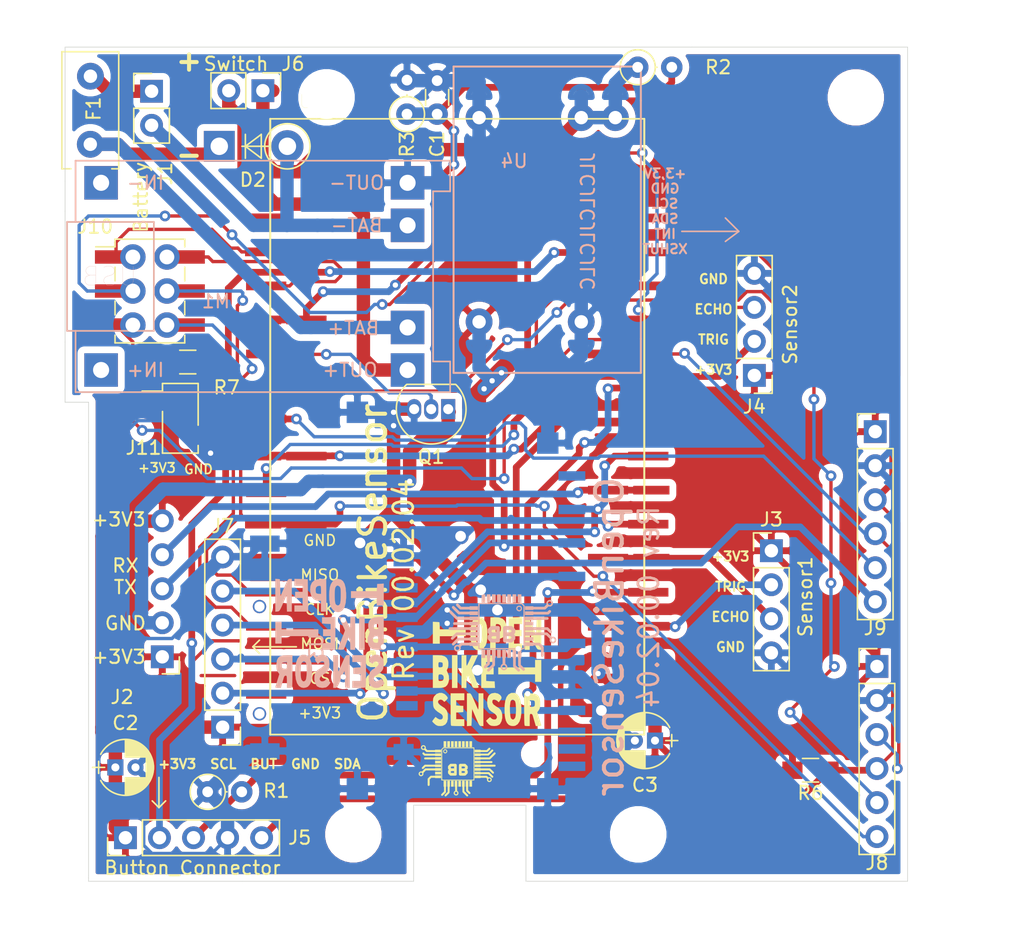
<source format=kicad_pcb>
(kicad_pcb (version 20171130) (host pcbnew "(5.1.4)-1")
  (layers (0 F.Cu signal) (31 B.Cu signal) (34 B.Paste user) (35 F.Paste user) (36 B.SilkS user) (37 F.SilkS user) (38 B.Mask user) (39 F.Mask user) (44 Edge.Cuts user))
  (net 0 "")
  (net 1 SD_CD)
  (net 2 SD_CLK)
  (net 3 SD_CMD)
  (net 4 SD_DAT0)
  (net 5 SD_DAT1)
  (net 6 GND)
  (net 7 +3V3)
  (net 8 -BATT)
  (net 9 +BATT)
  (net 10 TX_NEO6M)
  (net 11 RX_NEO6M)
  (net 12 ECHO1)
  (net 13 TRIG1)
  (net 14 TRIG2)
  (net 15 ECHO2)
  (net 16 +VDC)
  (net 17 SDA)
  (net 18 BUTTON)
  (net 19 SCL)
  (net 20 "Net-(J6-Pad2)")
  (net 21 "Net-(C1-Pad1)")
  (net 22 GPIO_INT_1)
  (net 23 XSHUT_1)
  (net 24 XSHUT_2)
  (net 25 GPIO_INT_2)
  (net 26 "Net-(U1-Pad14)")
  (net 27 "Net-(F1-Pad2)")
  (net 28 TX)
  (net 29 IO13)
  (net 30 RX)
  (net 31 IO12)
  (net 32 VP)
  (net 33 VN)
  (net 34 GPS_GND)
  (net 35 "Net-(M1-PadIN-)")
  (net 36 "Net-(M1-PadIN+)")
  (net 37 GPS_GND_CONT)
  (net 38 "Net-(SOCKET1-PadCD)")
  (net 39 "Net-(SOCKET1-PadDAT2)")
  (net 40 "Net-(SOCKET1-PadSD_WP)")
  (net 41 "Net-(U1-Pad15)")
  (net 42 "Net-(U1-Pad1)")
  (net 43 "Net-(U3-PadCD)")
  (net 44 "Net-(U3-PadDAT2)")
  (module Mounting_Holes:MountingHole_3.2mm_M3_DIN965 (layer F.Cu) (at 81.2292 50.7492)
    (fp_text reference REF** hide)
    (fp_text value MountingHole_3.2mm_M3_DIN965)
    (pad 1 np_thru_hole circle (at 0 0) (size 3.2 3.2) (drill 3.2) (layers *.Cu *.Mask))
  )
  (module Diodes_THT:D_DO-41_SOD81_P5.08mm_Vertical_KathodeUp (layer F.Cu) (at 33.75 54.4)
    (fp_text reference D2 (at 2.5 2.5) (layer F.SilkS))
    (fp_text value 1N4004)
    (pad 1 thru_hole rect (at 0 0) (size 2.3 2.3) (drill 1.3) (layers *.Cu *.Mask) (net 9 +BATT))
    (pad 2 thru_hole oval (at 5.08 0) (size 2.4 2.4) (drill 1.3) (layers *.Cu *.Mask) (net 8 -BATT))
  )
  (module Custom_Modules:MT3608_SEPIC_DCDC (layer B.Cu) (at 69.005 57.34 90)
    (fp_text reference U4 (at 1.84 -13.255) (layer B.SilkS) (effects (justify mirror)))
    (fp_text value DCDC_fix)
    (pad OUT- smd custom (at -11.69 -8.255 90) (size 0.1 0.1) (layers B.Cu B.Paste B.Mask) (net 6 GND) (options (clearance outline) (anchor circle)) (primitives (gr_arc (start 0 0) (end 0 -0.8) (angle -180) (width 0.4)) (gr_line (start 0 0.8) (end 0 -0.8) (width 0.4)) (gr_arc (start 0 0) (end 0 -0.4) (angle -180) (width 0.4))))
    (pad OUT+ smd custom (at -11.69 -15.875 90) (size 0.22 0.22) (layers B.Cu B.Paste B.Mask) (net 7 +3V3) (options (clearance outline) (anchor circle)) (primitives (gr_arc (start 0 0) (end 0 -0.8) (angle -180) (width 0.4)) (gr_arc (start 0 0) (end 0 -0.4) (angle -180) (width 0.4)) (gr_line (start 0 0.8) (end 0 -0.8) (width 0.4))))
    (pad IN- smd custom (at 6.6 -15.875 90) (size 0.2 0.2) (layers B.Cu B.Paste B.Mask) (net 6 GND) (options (clearance outline) (anchor circle)) (primitives (gr_arc (start 0 0) (end 0 -0.8) (angle 180) (width 0.4)) (gr_arc (start 0 0) (end 0 -0.4) (angle 180) (width 0.4)) (gr_line (start 0 0.8) (end 0 -0.8) (width 0.4))))
    (pad EN smd custom (at 6.6 -5.715 90) (size 0.2 0.2) (layers B.Cu B.Paste B.Mask) (net 16 +VDC) (options (clearance outline) (anchor circle)) (primitives (gr_arc (start 0 0) (end 0 -0.8) (angle 180) (width 0.4)) (gr_arc (start 0 0) (end 0 -0.4) (angle 180) (width 0.4)) (gr_line (start 0 0.8) (end 0 -0.8) (width 0.4))))
    (pad IN+ smd custom (at 6.6 -8.255 90) (size 0.2 0.2) (layers B.Cu B.Paste B.Mask) (net 16 +VDC) (options (clearance outline) (anchor circle)) (primitives (gr_arc (start 0 0) (end 0 -0.8) (angle 180) (width 0.4)) (gr_arc (start 0 0) (end 0 -0.4) (angle 180) (width 0.4)) (gr_line (start 0 -0.8) (end 0 0.8) (width 0.4))))
    (pad OUT- thru_hole circle (at -10.16 -8.255 90) (size 2 2) (drill 1) (layers *.Cu *.Mask) (net 6 GND))
    (pad IN+ thru_hole circle (at 5.08 -8.255 90) (size 2 2) (drill 1) (layers *.Cu *.Mask) (net 16 +VDC))
    (pad EN thru_hole circle (at 5.08 -5.715 90) (size 2 2) (drill 1) (layers *.Cu *.Mask) (net 16 +VDC))
    (pad IN- thru_hole circle (at 5.08 -15.875 90) (size 2 2) (drill 1) (layers *.Cu *.Mask) (net 6 GND))
    (pad OUT+ thru_hole circle (at -10.16 -15.875 90) (size 2 2) (drill 1) (layers *.Cu *.Mask) (net 7 +3V3))
  )
  (module Custom_logo:BB_5x4 (layer F.Cu) (at 51.4 100.7)
    (fp_text reference G*** hide)
    (fp_text value LOGO hide)
  )
  (module Pin_Headers:Pin_Header_Straight_2x03_Pitch2.54mm_SMD (layer F.Cu) (at 28.575 65.2)
    (fp_text reference J10 (at -4.075 -4.8) (layer F.SilkS))
    (fp_text value Conn_02x03_Odd_Even)
    (pad 6 smd rect (at 2.525 2.54) (size 3.15 1) (layers F.Cu F.Paste F.Mask) (net 31 IO12))
    (pad 5 smd rect (at -2.525 2.54) (size 3.15 1) (layers F.Cu F.Paste F.Mask) (net 30 RX))
    (pad 4 smd rect (at 2.525 0) (size 3.15 1) (layers F.Cu F.Paste F.Mask) (net 29 IO13))
    (pad 3 smd rect (at -2.525 0) (size 3.15 1) (layers F.Cu F.Paste F.Mask) (net 28 TX))
    (pad 2 smd rect (at 2.525 -2.54) (size 3.15 1) (layers F.Cu F.Paste F.Mask) (net 33 VN))
    (pad 1 smd rect (at -2.525 -2.54) (size 3.15 1) (layers F.Cu F.Paste F.Mask) (net 32 VP))
    (pad 1 thru_hole circle (at -1.27 -2.54) (size 1.9 1.9) (drill 1.1) (layers *.Cu *.Mask) (net 32 VP))
    (pad 3 thru_hole circle (at -1.27 0) (size 1.9 1.9) (drill 1.1) (layers *.Cu *.Mask) (net 28 TX))
    (pad 5 thru_hole circle (at -1.27 2.54) (size 1.9 1.9) (drill 1.1) (layers *.Cu *.Mask) (net 30 RX))
    (pad 6 thru_hole circle (at 1.27 2.54) (size 1.9 1.9) (drill 1.1) (layers *.Cu *.Mask) (net 31 IO12))
    (pad 4 thru_hole circle (at 1.27 0) (size 1.9 1.9) (drill 1.1) (layers *.Cu *.Mask) (net 29 IO13))
    (pad 2 thru_hole circle (at 1.27 -2.54) (size 1.9 1.9) (drill 1.1) (layers *.Cu *.Mask) (net 33 VN))
  )
  (module Fuse_Holders_and_Fuses:Fuse_TE5_Littlefuse-395Series (layer F.Cu) (at 24.13 54.25 90)
    (fp_text reference F1 (at 2.65 0.25 90) (layer F.SilkS))
    (fp_text value Polyfuse)
    (pad 2 thru_hole circle (at 5.08 0.01 90) (size 2 2) (drill 1) (layers *.Cu *.Mask) (net 27 "Net-(F1-Pad2)"))
    (pad 1 thru_hole circle (at 0 0 90) (size 2 2) (drill 1) (layers *.Cu *.Mask) (net 9 +BATT))
  )
  (module ESP32-DEVKITC-32D:MODULE_ESP32-DEVKITC-32C_SMDBACKUP (layer F.Cu) (at 51.5 79.5)
    (fp_text reference U1 (at -10.829175 -28.446045) (layer F.SilkS) (effects (font (size 1.000386 1.000386) (thickness 0.015))))
    (fp_text value ESP32-DEVKIT-32C)
    (pad 2 smd rect (at -14.478 -17.22) (size 2.7 0.65) (layers F.Cu F.Paste F.Mask) (net 32 VP))
    (pad 4 smd rect (at -14.478 -12.14) (size 2.7 0.65) (layers F.Cu F.Paste F.Mask) (net 21 "Net-(C1-Pad1)"))
    (pad 6 smd rect (at -14.478 -7.06) (size 2.7 0.65) (layers F.Cu F.Paste F.Mask) (net 22 GPIO_INT_1))
    (pad 8 smd rect (at -14.478 -1.98) (size 2.7 0.65) (layers F.Cu F.Paste F.Mask) (net 14 TRIG2))
    (pad 10 smd rect (at -14.478 3.1) (size 2.7 0.65) (layers F.Cu F.Paste F.Mask) (net 23 XSHUT_1))
    (pad 12 smd rect (at -14.478 8.18) (size 2.7 0.635) (layers F.Cu F.Paste F.Mask) (net 31 IO12))
    (pad 14 smd rect (at -14.478 13.25) (size 2.7 0.65) (layers F.Cu F.Paste F.Mask) (net 26 "Net-(U1-Pad14)"))
    (pad 30 smd rect (at 14.478 -19.75) (size 2.7 0.65) (layers F.Cu F.Paste F.Mask) (net 3 SD_CMD))
    (pad 28 smd rect (at 14.478 -14.68) (size 2.7 0.65) (layers F.Cu F.Paste F.Mask) (net 30 RX))
    (pad 26 smd rect (at 14.478 -9.6) (size 2.7 0.65) (layers F.Cu F.Paste F.Mask) (net 17 SDA))
    (pad 24 smd rect (at 14.478 -4.52) (size 2.7 0.65) (layers F.Cu F.Paste F.Mask) (net 2 SD_CLK))
    (pad 22 smd rect (at 14.478 0.56) (size 2.7 0.65) (layers F.Cu F.Paste F.Mask) (net 11 RX_NEO6M))
    (pad 20 smd rect (at 14.478 5.64) (size 2.7 0.65) (layers F.Cu F.Paste F.Mask) (net 12 ECHO1))
    (pad 18 smd rect (at 14.478 10.72) (size 2.7 0.65) (layers F.Cu F.Paste F.Mask) (net 13 TRIG1))
    (pad 16 smd rect (at 14.478 15.8) (size 2.7 0.65) (layers F.Cu F.Paste F.Mask) (net 7 +3V3))
    (pad 16 smd rect (at 11.25 15.8) (size 3 0.65) (layers F.Cu F.Paste F.Mask) (net 7 +3V3))
    (pad 17 smd rect (at 14.25 13.25) (size 3 0.65) (layers F.Cu F.Paste F.Mask) (net 6 GND))
    (pad 18 smd rect (at 11.25 10.72) (size 3 0.65) (layers F.Cu F.Paste F.Mask) (net 13 TRIG1))
    (pad 19 smd rect (at 14.25 8.18) (size 3 0.65) (layers F.Cu F.Paste F.Mask) (net 18 BUTTON))
    (pad 20 smd rect (at 11.25 5.64) (size 3 0.65) (layers F.Cu F.Paste F.Mask) (net 12 ECHO1))
    (pad 21 smd rect (at 14.25 3.1) (size 3 0.65) (layers F.Cu F.Paste F.Mask) (net 10 TX_NEO6M))
    (pad 22 smd rect (at 11.25 0.56) (size 3 0.65) (layers F.Cu F.Paste F.Mask) (net 11 RX_NEO6M))
    (pad 23 smd rect (at 14.25 -1.98) (size 3 0.65) (layers F.Cu F.Paste F.Mask) (net 1 SD_CD))
    (pad 24 smd rect (at 11.25 -4.52) (size 3 0.65) (layers F.Cu F.Paste F.Mask) (net 2 SD_CLK))
    (pad 25 smd rect (at 14.25 -7.06) (size 3 0.65) (layers F.Cu F.Paste F.Mask) (net 4 SD_DAT0))
    (pad 26 smd rect (at 11.25 -9.6) (size 3 0.65) (layers F.Cu F.Paste F.Mask) (net 17 SDA))
    (pad 27 smd rect (at 14.25 -12.14) (size 3 0.65) (layers F.Cu F.Paste F.Mask) (net 28 TX))
    (pad 28 smd rect (at 11.25 -14.68) (size 3 0.65) (layers F.Cu F.Paste F.Mask) (net 30 RX))
    (pad 29 smd rect (at 14.25 -17.22) (size 3 0.65) (layers F.Cu F.Paste F.Mask) (net 19 SCL))
    (pad 30 smd rect (at 11.25 -19.75) (size 3 0.65) (layers F.Cu F.Paste F.Mask) (net 3 SD_CMD))
    (pad 15 smd rect (at -14.25 15.8) (size 3 0.65) (layers F.Cu F.Paste F.Mask) (net 41 "Net-(U1-Pad15)"))
    (pad 14 smd rect (at -11.25 13.25) (size 3 0.65) (layers F.Cu F.Paste F.Mask) (net 26 "Net-(U1-Pad14)"))
    (pad 13 smd rect (at -14.25 10.72) (size 3 0.65) (layers F.Cu F.Paste F.Mask) (net 29 IO13))
    (pad 12 smd rect (at -11.25 8.18) (size 3 0.635) (layers F.Cu F.Paste F.Mask) (net 31 IO12))
    (pad 11 smd rect (at -14.25 5.64) (size 3 0.65) (layers F.Cu F.Paste F.Mask) (net 24 XSHUT_2))
    (pad 10 smd rect (at -11.25 3.1) (size 3 0.65) (layers F.Cu F.Paste F.Mask) (net 23 XSHUT_1))
    (pad 9 smd rect (at -14.25 0.75) (size 3 0.65) (layers F.Cu F.Paste F.Mask) (net 15 ECHO2))
    (pad 8 smd rect (at -11.25 -1.98) (size 3 0.65) (layers F.Cu F.Paste F.Mask) (net 14 TRIG2))
    (pad 7 smd rect (at -14.25 -4.75) (size 3 0.65) (layers F.Cu F.Paste F.Mask) (net 25 GPIO_INT_2))
    (pad 6 smd rect (at -11.25 -7.06) (size 3 0.65) (layers F.Cu F.Paste F.Mask) (net 22 GPIO_INT_1))
    (pad 5 smd rect (at -14.25 -9.6) (size 3 0.65) (layers F.Cu F.Paste F.Mask) (net 37 GPS_GND_CONT))
    (pad 4 smd rect (at -11.25 -12.14) (size 3 0.65) (layers F.Cu F.Paste F.Mask) (net 21 "Net-(C1-Pad1)"))
    (pad 3 smd rect (at -14.25 -14.68) (size 3 0.65) (layers F.Cu F.Paste F.Mask) (net 33 VN))
    (pad 2 smd rect (at -11.25 -17.22) (size 3 0.65) (layers F.Cu F.Paste F.Mask) (net 32 VP))
    (pad 1 smd rect (at -14.25 -19.76) (size 3 0.65) (layers F.Cu F.Paste F.Mask) (net 42 "Net-(U1-Pad1)"))
  )
  (module Pin_Headers:Pin_Header_Angled_1x05_Pitch2.54mm (layer F.Cu) (at 29.5 92.5 180)
    (fp_text reference J2 (at 3 -3) (layer F.SilkS))
    (fp_text value Conn_01x04_Female)
    (pad 5 thru_hole oval (at 0 10.16 180) (size 1.7 1.7) (drill 1) (layers *.Cu *.Mask) (net 7 +3V3))
    (pad 4 thru_hole oval (at 0 7.62 180) (size 1.7 1.7) (drill 1) (layers *.Cu *.Mask) (net 11 RX_NEO6M))
    (pad 3 thru_hole oval (at 0 5.08 180) (size 1.7 1.7) (drill 1) (layers *.Cu *.Mask) (net 10 TX_NEO6M))
    (pad 2 thru_hole oval (at 0 2.54 180) (size 1.7 1.7) (drill 1) (layers *.Cu *.Mask) (net 34 GPS_GND))
    (pad 1 thru_hole rect (at 0 0 180) (size 1.7 1.7) (drill 1) (layers *.Cu *.Mask) (net 7 +3V3))
  )
  (module Custom_logo:OpenBikeSensorLogo (layer B.Cu) (at 42 90.75 180)
    (fp_text reference G*** hide)
    (fp_text value LOGO hide)
  )
  (module Custom_logo:OpenBikeSensorLogo (layer F.Cu) (at 53.7 93.6)
    (fp_text reference G*** hide)
    (fp_text value LOGO hide)
  )
  (module Custom_logo:BB_8x6 (layer B.Cu) (at 55 90.5 180)
    (fp_text reference G*** hide)
    (fp_text value LOGO hide)
  )
  (module Capacitors_THT:C_Disc_D3.0mm_W1.6mm_P2.50mm (layer F.Cu) (at 50 52 90)
    (fp_text reference C1 (at -2.25 0 90) (layer F.SilkS))
    (fp_text value 100n)
    (pad 1 thru_hole circle (at 0 0 90) (size 1.6 1.6) (drill 0.8) (layers *.Cu *.Mask) (net 21 "Net-(C1-Pad1)"))
    (pad 2 thru_hole circle (at 2.5 0 90) (size 1.6 1.6) (drill 0.8) (layers *.Cu *.Mask) (net 6 GND))
  )
  (module Resistors_THT:R_Axial_DIN0207_L6.3mm_D2.5mm_P2.54mm_Vertical (layer F.Cu) (at 32.885 102.575)
    (fp_text reference R1 (at 5.115 -0.075) (layer F.SilkS))
    (fp_text value 10k)
    (pad 1 thru_hole circle (at 0 0) (size 1.6 1.6) (drill 0.8) (layers *.Cu *.Mask) (net 6 GND))
    (pad 2 thru_hole oval (at 2.54 0) (size 1.6 1.6) (drill 0.8) (layers *.Cu *.Mask) (net 18 BUTTON))
  )
  (module Mounting_Holes:MountingHole_3.2mm_M3_DIN965 (layer F.Cu) (at 65 105.75)
    (fp_text reference REF** hide)
    (fp_text value MountingHole_3.2mm_M3_DIN965)
    (pad 1 np_thru_hole circle (at 0 0) (size 3.2 3.2) (drill 3.2) (layers *.Cu *.Mask))
  )
  (module Mounting_Holes:MountingHole_3.2mm_M3_DIN965 (layer F.Cu) (at 41.75 50.75)
    (fp_text reference REF** hide)
    (fp_text value MountingHole_3.2mm_M3_DIN965)
    (pad 1 np_thru_hole circle (at 0 0) (size 3.2 3.2) (drill 3.2) (layers *.Cu *.Mask))
  )
  (module Mounting_Holes:MountingHole_3.2mm_M3_DIN965 (layer F.Cu) (at 43.75 105.75)
    (fp_text reference REF** hide)
    (fp_text value MountingHole_3.2mm_M3_DIN965)
    (pad 1 np_thru_hole circle (at 0 0) (size 3.2 3.2) (drill 3.2) (layers *.Cu *.Mask))
  )
  (module SD_CARD:SD_CARD-XUNPU-SD-101_C266601 (layer B.Cu) (at 44.0514 74.25 90)
    (fp_text reference SOCKET1 hide)
    (fp_text value XUNPU-SD-101_C266601 hide)
    (pad CD smd rect (at -25.12822 15.99946 90) (size 0.6985 1.99898) (layers B.Cu B.Paste B.Mask) (net 38 "Net-(SOCKET1-PadCD)"))
    (pad CD/DAT3 smd rect (at -7.24916 15.99946 90) (size 0.6985 1.99898) (layers B.Cu B.Paste B.Mask) (net 1 SD_CD))
    (pad CLK smd rect (at -17.24914 15.99946 90) (size 0.6985 1.99898) (layers B.Cu B.Paste B.Mask) (net 2 SD_CLK))
    (pad CMD smd rect (at -9.74852 15.99946 90) (size 0.6985 1.99898) (layers B.Cu B.Paste B.Mask) (net 3 SD_CMD))
    (pad DAT0 smd rect (at -22.24786 15.99946 90) (size 0.6985 1.99898) (layers B.Cu B.Paste B.Mask) (net 4 SD_DAT0))
    (pad DAT1 smd rect (at -23.87854 15.99946 90) (size 0.6985 1.99898) (layers B.Cu B.Paste B.Mask) (net 5 SD_DAT1))
    (pad DAT2 smd rect (at -4.7498 15.99946 90) (size 0.6985 1.99898) (layers B.Cu B.Paste B.Mask) (net 39 "Net-(SOCKET1-PadDAT2)"))
    (pad GND1 smd rect (at 0 0 90) (size 1.59766 1.59766) (layers B.Cu B.Paste B.Mask) (net 6 GND))
    (pad GND2 smd rect (at -2.2987 14.1986 90) (size 1.59766 1.59766) (layers B.Cu B.Paste B.Mask) (net 6 GND))
    (pad GND3 smd rect (at -28.09748 0 90) (size 1.59766 1.59766) (layers B.Cu B.Paste B.Mask) (net 6 GND))
    (pad GND4 smd rect (at -28.09748 14.1986 90) (size 1.59766 1.59766) (layers B.Cu B.Paste B.Mask) (net 6 GND))
    (pad SD_WP smd rect (at -26.41854 15.99946 90) (size 0.6985 1.99898) (layers B.Cu B.Paste B.Mask) (net 40 "Net-(SOCKET1-PadSD_WP)"))
    (pad VDD smd rect (at -14.74978 15.99946 90) (size 0.6985 1.99898) (layers B.Cu B.Paste B.Mask) (net 7 +3V3))
    (pad VSS1 smd rect (at -12.24788 15.99946 90) (size 0.6985 1.99898) (layers B.Cu B.Paste B.Mask) (net 6 GND))
    (pad VSS2 smd rect (at -19.7485 15.99946 90) (size 0.6985 1.99898) (layers B.Cu B.Paste B.Mask) (net 6 GND))
    (pad "" np_thru_hole circle (at -4.51866 13.14958 90) (size 1.4986 1.4986) (drill 1.4986) (layers *.Cu *.Mask))
    (pad "" np_thru_hole circle (at -25.49906 13.19784 90) (size 0.99822 0.99822) (drill 0.99822) (layers *.Cu *.Mask))
  )
  (module SD_CARD:XUNPU-TF-115-C266620 (layer B.Cu) (at 36.75 96.75 90)
    (fp_text reference U3 (at 5 4.25 90) (layer B.SilkS) (effects (justify mirror)))
    (fp_text value XUNPU-TF-115-C266620)
    (pad GND4 smd rect (at 12.7 0.4 90) (size 1.2 2.2) (layers B.Cu B.Paste B.Mask) (net 6 GND))
    (pad GND2 smd rect (at -2.8 0.4 90) (size 1.2 2.2) (layers B.Cu B.Paste B.Mask) (net 6 GND))
    (pad "" np_thru_hole circle (at 8 0 90) (size 1 1) (drill 0.762) (layers *.Cu *.Mask))
    (pad "" np_thru_hole circle (at 0 0 90) (size 1 1) (drill 0.762) (layers *.Cu *.Mask))
    (pad GND1 smd rect (at -2.85 10.75 90) (size 1.2 1.5) (layers B.Cu B.Paste B.Mask) (net 6 GND))
    (pad GND3 smd rect (at 11.8 10.75 90) (size 1.6 1.5) (layers B.Cu B.Paste B.Mask) (net 6 GND))
    (pad CD smd rect (at 0.6 11 90) (size 0.7 1.6) (layers B.Cu B.Paste B.Mask) (net 43 "Net-(U3-PadCD)"))
    (pad DAT1 smd rect (at 1.7 11 90) (size 0.7 1.6) (layers B.Cu B.Paste B.Mask) (net 5 SD_DAT1))
    (pad DAT0 smd rect (at 2.8 11 90) (size 0.7 1.6) (layers B.Cu B.Paste B.Mask) (net 4 SD_DAT0))
    (pad VSS1 smd rect (at 3.9 11 90) (size 0.7 1.6) (layers B.Cu B.Paste B.Mask) (net 6 GND))
    (pad CLK smd rect (at 5 11 90) (size 0.7 1.6) (layers B.Cu B.Paste B.Mask) (net 2 SD_CLK))
    (pad VDD smd rect (at 6.1 11 90) (size 0.7 1.6) (layers B.Cu B.Paste B.Mask) (net 7 +3V3))
    (pad CMD smd rect (at 7.2 11 90) (size 0.7 1.6) (layers B.Cu B.Paste B.Mask) (net 3 SD_CMD))
    (pad CD/DAT3 smd rect (at 8.3 11 90) (size 0.7 1.6) (layers B.Cu B.Paste B.Mask) (net 1 SD_CD))
    (pad DAT2 smd rect (at 9.4 11 90) (size 0.7 1.6) (layers B.Cu B.Paste B.Mask) (net 44 "Net-(U3-PadDAT2)"))
  )
  (module Custom_Modules:BATTERY-CHARGER-LI-PROT (layer B.Cu) (at 37 64.11)
    (fp_text reference M1 (at -3.5 1.86) (layer B.SilkS) (effects (justify mirror)))
    (fp_text value LIPoChargerwithProtection)
    (fp_text user OUT- (at 7 -6.985) (layer B.SilkS) (effects (justify mirror)))
    (fp_text user OUT+ (at 6.5 6.985) (layer B.SilkS) (effects (justify mirror)))
    (fp_text user USB (at -11.43 0) (layer B.SilkS) (effects (font (size 1.4 1.4) (thickness 0.015)) (justify mirror)))
    (fp_text user BAT- (at 7 -3.81) (layer B.SilkS) (effects (justify mirror)))
    (fp_text user BAT+ (at 6.75 3.86) (layer B.SilkS) (effects (justify mirror)))
    (fp_text user IN- (at -8.75 -6.985) (layer B.SilkS) (effects (justify mirror)))
    (fp_text user IN+ (at -8.75 6.985) (layer B.SilkS) (effects (justify mirror)))
    (pad OUT- thru_hole rect (at 10.795 -6.985) (size 2.5 2.5) (drill 1.2) (layers *.Cu *.Mask) (net 6 GND))
    (pad OUT+ thru_hole rect (at 10.795 6.985) (size 2.5 2.5) (drill 1.2) (layers *.Cu *.Mask) (net 20 "Net-(J6-Pad2)"))
    (pad B- thru_hole rect (at 10.795 -3.81) (size 2.5 2.5) (drill 1.2) (layers *.Cu *.Mask) (net 8 -BATT))
    (pad B+ thru_hole rect (at 10.795 3.81) (size 2.5 2.5) (drill 1.2) (layers *.Cu *.Mask) (net 9 +BATT))
    (pad IN- thru_hole rect (at -12.065 -6.985) (size 2.5 2.5) (drill 1.2) (layers *.Cu *.Mask) (net 35 "Net-(M1-PadIN-)"))
    (pad IN+ thru_hole rect (at -12.065 6.985) (size 2.5 2.5) (drill 1.2) (layers *.Cu *.Mask) (net 36 "Net-(M1-PadIN+)"))
  )
  (module Pin_Headers:Pin_Header_Straight_1x02_Pitch2.54mm (layer F.Cu) (at 28.702 50.292)
    (fp_text reference J1 (at 1.016 6.15 270) (layer F.SilkS))
    (fp_text value Conn_01x02_Male)
    (pad 2 thru_hole oval (at 0 2.54) (size 1.7 1.7) (drill 1) (layers *.Cu *.Mask) (net 8 -BATT))
    (pad 1 thru_hole rect (at 0 0) (size 1.7 1.7) (drill 1) (layers *.Cu *.Mask) (net 27 "Net-(F1-Pad2)"))
  )
  (module Pin_Headers:Pin_Header_Straight_1x04_Pitch2.54mm (layer F.Cu) (at 74.93 84.582)
    (fp_text reference J3 (at 0 -2.33) (layer F.SilkS))
    (fp_text value Conn_01x04_Male)
    (pad 4 thru_hole oval (at 0 7.62) (size 1.7 1.7) (drill 1) (layers *.Cu *.Mask) (net 6 GND))
    (pad 3 thru_hole oval (at 0 5.08) (size 1.7 1.7) (drill 1) (layers *.Cu *.Mask) (net 12 ECHO1))
    (pad 2 thru_hole oval (at 0 2.54) (size 1.7 1.7) (drill 1) (layers *.Cu *.Mask) (net 13 TRIG1))
    (pad 1 thru_hole rect (at 0 0) (size 1.7 1.7) (drill 1) (layers *.Cu *.Mask) (net 7 +3V3))
  )
  (module Pin_Headers:Pin_Header_Straight_1x04_Pitch2.54mm (layer F.Cu) (at 73.66 71.501 180)
    (fp_text reference J4 (at 0 -2.33) (layer F.SilkS))
    (fp_text value Conn_01x04_Male)
    (pad 1 thru_hole rect (at 0 0 180) (size 1.7 1.7) (drill 1) (layers *.Cu *.Mask) (net 7 +3V3))
    (pad 2 thru_hole oval (at 0 2.54 180) (size 1.7 1.7) (drill 1) (layers *.Cu *.Mask) (net 14 TRIG2))
    (pad 3 thru_hole oval (at 0 5.08 180) (size 1.7 1.7) (drill 1) (layers *.Cu *.Mask) (net 15 ECHO2))
    (pad 4 thru_hole oval (at 0 7.62 180) (size 1.7 1.7) (drill 1) (layers *.Cu *.Mask) (net 6 GND))
  )
  (module Pin_Headers:Pin_Header_Straight_1x05_Pitch2.54mm (layer F.Cu) (at 26.75 106 90)
    (fp_text reference J5 (at 0 13) (layer F.SilkS))
    (fp_text value Conn_01x05_Male)
    (pad 5 thru_hole oval (at 0 10.16 90) (size 1.7 1.7) (drill 1) (layers *.Cu *.Mask) (net 17 SDA))
    (pad 4 thru_hole oval (at 0 7.62 90) (size 1.7 1.7) (drill 1) (layers *.Cu *.Mask) (net 6 GND))
    (pad 3 thru_hole oval (at 0 5.08 90) (size 1.7 1.7) (drill 1) (layers *.Cu *.Mask) (net 18 BUTTON))
    (pad 2 thru_hole oval (at 0 2.54 90) (size 1.7 1.7) (drill 1) (layers *.Cu *.Mask) (net 19 SCL))
    (pad 1 thru_hole rect (at 0 0 90) (size 1.7 1.7) (drill 1) (layers *.Cu *.Mask) (net 7 +3V3))
  )
  (module Pin_Headers:Pin_Header_Straight_1x02_Pitch2.54mm (layer F.Cu) (at 37 50.25 270)
    (fp_text reference J6 (at -2 -2.25 180) (layer F.SilkS))
    (fp_text value Conn_01x02_Male)
    (pad 2 thru_hole oval (at 0 2.54 270) (size 1.7 1.7) (drill 1) (layers *.Cu *.Mask) (net 20 "Net-(J6-Pad2)"))
    (pad 1 thru_hole rect (at 0 0 270) (size 1.7 1.7) (drill 1) (layers *.Cu *.Mask) (net 16 +VDC))
  )
  (module Pin_Headers:Pin_Header_Straight_1x06_Pitch2.54mm (layer F.Cu) (at 34 97.75 180)
    (fp_text reference J7 (at 0 15) (layer F.SilkS))
    (fp_text value Conn_01x06_Male)
    (pad 6 thru_hole oval (at 0 12.7 180) (size 1.7 1.7) (drill 1) (layers *.Cu *.Mask) (net 6 GND))
    (pad 5 thru_hole oval (at 0 10.16 180) (size 1.7 1.7) (drill 1) (layers *.Cu *.Mask) (net 4 SD_DAT0))
    (pad 4 thru_hole oval (at 0 7.62 180) (size 1.7 1.7) (drill 1) (layers *.Cu *.Mask) (net 2 SD_CLK))
    (pad 3 thru_hole oval (at 0 5.08 180) (size 1.7 1.7) (drill 1) (layers *.Cu *.Mask) (net 3 SD_CMD))
    (pad 2 thru_hole oval (at 0 2.54 180) (size 1.7 1.7) (drill 1) (layers *.Cu *.Mask) (net 1 SD_CD))
    (pad 1 thru_hole rect (at 0 0 180) (size 1.7 1.7) (drill 1) (layers *.Cu *.Mask) (net 7 +3V3))
  )
  (module Resistors_THT:R_Axial_DIN0207_L6.3mm_D2.5mm_P2.54mm_Vertical (layer F.Cu) (at 64.96 48.5)
    (fp_text reference R2 (at 6 0) (layer F.SilkS))
    (fp_text value 5M)
    (pad 2 thru_hole oval (at 2.54 0) (size 1.6 1.6) (drill 0.8) (layers *.Cu *.Mask) (net 21 "Net-(C1-Pad1)"))
    (pad 1 thru_hole circle (at 0 0) (size 1.6 1.6) (drill 0.8) (layers *.Cu *.Mask) (net 16 +VDC))
  )
  (module Resistors_THT:R_Axial_DIN0207_L6.3mm_D2.5mm_P2.54mm_Vertical (layer F.Cu) (at 47.75 52 90)
    (fp_text reference R3 (at -2.25 0 90) (layer F.SilkS))
    (fp_text value 10M)
    (pad 1 thru_hole circle (at 0 0 90) (size 1.6 1.6) (drill 0.8) (layers *.Cu *.Mask) (net 21 "Net-(C1-Pad1)"))
    (pad 2 thru_hole oval (at 2.54 0 90) (size 1.6 1.6) (drill 0.8) (layers *.Cu *.Mask) (net 6 GND))
  )
  (module Pin_Headers:Pin_Header_Straight_1x06_Pitch2.54mm (layer F.Cu) (at 82.804 93.218)
    (fp_text reference J8 (at 0 14.674999) (layer F.SilkS))
    (fp_text value Conn_01x06_Male)
    (pad 1 thru_hole rect (at 0 0) (size 1.7 1.7) (drill 1) (layers *.Cu *.Mask) (net 7 +3V3))
    (pad 2 thru_hole oval (at 0 2.54) (size 1.7 1.7) (drill 1) (layers *.Cu *.Mask) (net 6 GND))
    (pad 3 thru_hole oval (at 0 5.08) (size 1.7 1.7) (drill 1) (layers *.Cu *.Mask) (net 19 SCL))
    (pad 4 thru_hole oval (at 0 7.62) (size 1.7 1.7) (drill 1) (layers *.Cu *.Mask) (net 17 SDA))
    (pad 5 thru_hole oval (at 0 10.16) (size 1.7 1.7) (drill 1) (layers *.Cu *.Mask) (net 22 GPIO_INT_1))
    (pad 6 thru_hole oval (at 0 12.7) (size 1.7 1.7) (drill 1) (layers *.Cu *.Mask) (net 23 XSHUT_1))
  )
  (module Pin_Headers:Pin_Header_Straight_1x06_Pitch2.54mm (layer F.Cu) (at 82.677 75.692)
    (fp_text reference J9 (at 0 14.674999) (layer F.SilkS))
    (fp_text value Conn_01x06_Male)
    (pad 6 thru_hole oval (at 0 12.7) (size 1.7 1.7) (drill 1) (layers *.Cu *.Mask) (net 24 XSHUT_2))
    (pad 5 thru_hole oval (at 0 10.16) (size 1.7 1.7) (drill 1) (layers *.Cu *.Mask) (net 25 GPIO_INT_2))
    (pad 4 thru_hole oval (at 0 7.62) (size 1.7 1.7) (drill 1) (layers *.Cu *.Mask) (net 17 SDA))
    (pad 3 thru_hole oval (at 0 5.08) (size 1.7 1.7) (drill 1) (layers *.Cu *.Mask) (net 19 SCL))
    (pad 2 thru_hole oval (at 0 2.54) (size 1.7 1.7) (drill 1) (layers *.Cu *.Mask) (net 6 GND))
    (pad 1 thru_hole rect (at 0 0) (size 1.7 1.7) (drill 1) (layers *.Cu *.Mask) (net 7 +3V3))
  )
  (module Capacitors_THT:CP_Radial_D4.0mm_P1.50mm (layer F.Cu) (at 26 100.75)
    (fp_text reference C2 (at 0.75 -3.31) (layer F.SilkS))
    (fp_text value 22u)
    (pad 2 thru_hole circle (at 1.5 0) (size 1.2 1.2) (drill 0.6) (layers *.Cu *.Mask) (net 6 GND))
    (pad 1 thru_hole rect (at 0 0) (size 1.2 1.2) (drill 0.6) (layers *.Cu *.Mask) (net 7 +3V3))
  )
  (module Capacitors_THT:CP_Radial_D4.0mm_P1.50mm (layer F.Cu) (at 66.25 98.75 180)
    (fp_text reference C3 (at 0.75 -3.31) (layer F.SilkS))
    (fp_text value 22u)
    (pad 1 thru_hole rect (at 0 0 180) (size 1.2 1.2) (drill 0.6) (layers *.Cu *.Mask) (net 7 +3V3))
    (pad 2 thru_hole circle (at 1.5 0 180) (size 1.2 1.2) (drill 0.6) (layers *.Cu *.Mask) (net 6 GND))
  )
  (module Resistors_SMD:R_0805_HandSoldering (layer F.Cu) (at 77.851 100.965 180)
    (fp_text reference R6 (at 0 -1.7) (layer F.SilkS))
    (fp_text value 10k)
    (pad 1 smd rect (at -1.35 0 180) (size 1.5 1.3) (layers F.Cu F.Paste F.Mask) (net 17 SDA))
    (pad 2 smd rect (at 1.35 0 180) (size 1.5 1.3) (layers F.Cu F.Paste F.Mask) (net 7 +3V3))
  )
  (module Resistors_SMD:R_0805_HandSoldering (layer F.Cu) (at 31.4 70.5 180)
    (fp_text reference R7 (at -2.9 -1.9) (layer F.SilkS))
    (fp_text value 10k)
    (pad 2 smd rect (at 1.35 0 180) (size 1.5 1.3) (layers F.Cu F.Paste F.Mask) (net 7 +3V3))
    (pad 1 smd rect (at -1.35 0 180) (size 1.5 1.3) (layers F.Cu F.Paste F.Mask) (net 19 SCL))
  )
  (module Pin_Headers:Pin_Header_Straight_1x02_Pitch2.54mm_SMD_Pin1Left (layer F.Cu) (at 30.845 74.7)
    (fp_text reference J11 (at -2.745 2.2) (layer F.SilkS))
    (fp_text value Conn_01x02_Male)
    (pad 2 smd rect (at 1.655 1.27) (size 2.51 1) (layers F.Cu F.Paste F.Mask) (net 6 GND))
    (pad 1 smd rect (at -1.655 -1.27) (size 2.51 1) (layers F.Cu F.Paste F.Mask) (net 7 +3V3))
  )
  (module Package_TO_SOT_THT:TO-92_Inline (layer F.Cu) (at 50.8254 74.0156 180)
    (fp_text reference Q1 (at 1.27 -3.56) (layer F.SilkS))
    (fp_text value BS170)
    (pad 2 thru_hole oval (at 1.27 0 180) (size 1.05 1.5) (drill 0.75) (layers *.Cu *.Mask) (net 37 GPS_GND_CONT))
    (pad 3 thru_hole oval (at 2.54 0 180) (size 1.05 1.5) (drill 0.75) (layers *.Cu *.Mask) (net 6 GND))
    (pad 1 thru_hole rect (at 0 0 180) (size 1.05 1.5) (drill 0.75) (layers *.Cu *.Mask) (net 34 GPS_GND))
  )
  (gr_text "+3V3\n\nTRIG\n\nECHO\n\nGND\n" (at 71.882 88.392) (layer F.SilkS) (effects (font (size 0.7 0.7))))
  (gr_text "Rev 00.02.04" (at 65.786 88.773 90) (layer B.SilkS) (effects (font (size 1.5 1.5) (thickness 0.2)) (justify mirror)))
  (gr_text "Rev 00.02.04\n" (at 47.498 86.741 90) (layer F.SilkS) (effects (font (size 1.5 1.5) (thickness 0.2))))
  (gr_text GND (at 32.2 78.5) (layer F.SilkS) (effects (font (size 0.7 0.7) (thickness 0.125))))
  (gr_text +3V3 (at 29.1 78.4) (layer F.SilkS) (effects (font (size 0.7 0.7) (thickness 0.125))))
  (gr_text +3V3 (at 26.25 92.5) (layer F.SilkS) (effects (font (size 1 1))))
  (gr_text JLCJLCJLCJLC (at 61.25 60 90) (layer B.SilkS) (effects (font (size 1 1)) (justify mirror)))
  (gr_line (start 22.25 59.25) (end 22.25 69) (layer Edge.Cuts) (width 0.05))
  (gr_text OpenBikeSensor (at 45.212 85.5 90) (layer F.SilkS) (effects (font (size 2 2) (thickness 0.3))))
  (gr_text OpenBikeSensor (at 62.865 91 90) (layer B.SilkS) (effects (font (size 2 2) (thickness 0.3)) (justify mirror)))
  (gr_line (start 72.5 60.75) (end 71.5 61.5) (layer B.SilkS) (width 0.12))
  (gr_line (start 72.5 60.75) (end 71.5 59.75) (layer B.SilkS) (width 0.12))
  (gr_line (start 68.25 60.75) (end 72.5 60.75) (layer B.SilkS) (width 0.12))
  (gr_text "+3,3V\nGND\nSCL\nSDA\nINT\nXSHUT" (at 67 59.25) (layer B.SilkS) (effects (font (size 0.7 0.7)) (justify mirror)))
  (gr_line (start 85.09 109.25) (end 85.09 47) (layer Edge.Cuts) (width 0.05))
  (gr_line (start 22.25 69) (end 22.25 73.5) (layer Edge.Cuts) (width 0.05))
  (gr_line (start 24 73.5) (end 24 76.5) (layer Edge.Cuts) (width 0.05))
  (gr_line (start 22.25 73.5) (end 24 73.5) (layer Edge.Cuts) (width 0.05))
  (gr_line (start 36.25 91.75) (end 36.75 92.25) (layer F.SilkS) (width 0.12))
  (gr_line (start 36.25 91.75) (end 36.75 91.25) (layer F.SilkS) (width 0.12))
  (gr_line (start 36.75 91.75) (end 36.25 91.75) (layer F.SilkS) (width 0.12))
  (gr_line (start 36.75 91.75) (end 39.5 91.75) (layer F.SilkS) (width 0.12))
  (gr_line (start 29.25 103.75) (end 28.75 103.25) (layer F.SilkS) (width 0.12))
  (gr_line (start 29.25 103.75) (end 29.75 103.25) (layer F.SilkS) (width 0.12))
  (gr_line (start 29.25 101.5) (end 29.25 103.75) (layer F.SilkS) (width 0.12))
  (gr_text "+3V3  SCL  BUT  GND  SDA" (at 36.75 100.5) (layer F.SilkS) (effects (font (size 0.7 0.7))))
  (gr_text "GND\n\nMISO\n\nCLK\n\nMOSI\n\nCS\n\n+3V3" (at 41.25 90.25) (layer F.SilkS) (effects (font (size 0.8 0.8) (thickness 0.12))))
  (gr_text "RX\nTX" (at 26.75 86.5) (layer F.SilkS) (effects (font (size 1 1))))
  (gr_text GND (at 26.75 90) (layer F.SilkS) (effects (font (size 1 1))))
  (gr_text +3V3 (at 26.25 82.25) (layer F.SilkS) (effects (font (size 1 1))))
  (gr_text "GND\n\nECHO\n\nTRIG\n\n+3V3" (at 70.612 67.691) (layer F.SilkS) (effects (font (size 0.7 0.7))))
  (gr_text + (at 31.496 48.006) (layer F.SilkS) (effects (font (size 1.5 1.5) (thickness 0.3)) (justify mirror)))
  (gr_text - (at 31.496 55) (layer F.SilkS) (effects (font (size 1.5 1.5) (thickness 0.3))))
  (gr_line (start 22.25 57) (end 22.25 59.25) (layer Edge.Cuts) (width 0.05))
  (gr_line (start 48.25 109.25) (end 35.5 109.25) (layer Edge.Cuts) (width 0.05))
  (gr_line (start 85.09 109.25) (end 56.625 109.25) (layer Edge.Cuts) (width 0.05))
  (gr_line (start 56.625 103.575) (end 56.625 109.25) (layer Edge.Cuts) (width 0.05))
  (gr_line (start 48.25 103.575) (end 56.625 103.575) (layer Edge.Cuts) (width 0.05))
  (gr_line (start 48.25 109.25) (end 48.25 103.575) (layer Edge.Cuts) (width 0.05))
  (gr_line (start 22.25 47) (end 69 47) (layer Edge.Cuts) (width 0.05))
  (gr_line (start 22.25 47) (end 22.25 57) (layer Edge.Cuts) (width 0.05))
  (gr_text Sensor2 (at 76.327 67.691 90) (layer F.SilkS) (effects (font (size 1 1))))
  (gr_text Sensor1 (at 77.47 88.011 90) (layer F.SilkS) (effects (font (size 1 1))))
  (gr_text Button_Connector (at 31.75 108.25) (layer F.SilkS) (effects (font (size 1 1))))
  (gr_text Switch (at 35 48.25) (layer F.SilkS) (effects (font (size 1 1))))
  (gr_text Battery (at 27.9 58.2 90) (layer F.SilkS) (effects (font (size 1 1))))
  (gr_line (start 24 109.25) (end 24 109) (layer Edge.Cuts) (width 0.05))
  (gr_line (start 35.5 109.25) (end 24 109.25) (layer Edge.Cuts) (width 0.05))
  (gr_line (start 24 93) (end 24 109) (layer Edge.Cuts) (width 0.05))
  (gr_line (start 85.09 47) (end 69 47) (layer Edge.Cuts) (width 0.05))
  (gr_line (start 24 76.5) (end 24 93) (layer Edge.Cuts) (width 0.05))
  (segment (start 35.194999 91.305001) (end 33.094999 91.305001) (width 0.25) (layer F.Cu) (net 0))
  (segment (start 35.2 91.3) (end 35.194999 91.305001) (width 0.25) (layer F.Cu) (net 0))
  (segment (start 33.094999 91.305001) (end 32.8 91.6) (width 0.25) (layer F.Cu) (net 0))
  (segment (start 32.8 91.6) (end 32.8 91.8) (width 0.25) (layer F.Cu) (net 0))
  (segment (start 32.8 91.8) (end 31.8 92.8) (width 0.25) (layer F.Cu) (net 0))
  (segment (start 34.9 93.9) (end 32.4 93.9) (width 0.25) (layer F.Cu) (net 0))
  (segment (start 34 95.21) (end 41.96 95.21) (width 0.5) (layer B.Cu) (net 1))
  (via (at 44.25 95.25) (size 0.8) (drill 0.4) (layers F.Cu B.Cu) (net 1))
  (segment (start 41.96 95.21) (end 44.21 95.21) (width 0.5) (layer B.Cu) (net 1))
  (segment (start 44.21 95.21) (end 44.25 95.25) (width 0.5) (layer B.Cu) (net 1))
  (via (at 44.75 88.5) (size 0.8) (drill 0.4) (layers F.Cu B.Cu) (net 1))
  (segment (start 44.25 95.25) (end 44.75 94.75) (width 0.5) (layer F.Cu) (net 1))
  (segment (start 44.75 94.75) (end 44.75 88.5) (width 0.5) (layer F.Cu) (net 1))
  (segment (start 44.75 88.5) (end 47.75 88.5) (width 0.5) (layer B.Cu) (net 1))
  (via (at 61.75 83.17499) (size 0.8) (drill 0.4) (layers F.Cu B.Cu) (net 1))
  (segment (start 61.434315 81.474979) (end 62 81.474979) (width 0.5) (layer B.Cu) (net 1))
  (segment (start 60.025021 81.474979) (end 61.434315 81.474979) (width 0.5) (layer B.Cu) (net 1))
  (segment (start 61.75 81.724979) (end 62 81.474979) (width 0.5) (layer F.Cu) (net 1))
  (segment (start 61.75 83.17499) (end 61.75 81.724979) (width 0.5) (layer F.Cu) (net 1))
  (segment (start 60 81.5) (end 60.025021 81.474979) (width 0.5) (layer B.Cu) (net 1))
  (via (at 62 81.474979) (size 0.8) (drill 0.4) (layers F.Cu B.Cu) (net 1))
  (segment (start 47.75 88.45) (end 48.480371 88.45) (width 0.5) (layer B.Cu) (net 1))
  (segment (start 61.184315 83.17499) (end 61.75 83.17499) (width 0.5) (layer B.Cu) (net 1))
  (segment (start 48.480371 88.45) (end 53.755381 83.17499) (width 0.5) (layer B.Cu) (net 1))
  (segment (start 53.755381 83.17499) (end 61.184315 83.17499) (width 0.5) (layer B.Cu) (net 1))
  (via (at 62.5 78.25) (size 0.8) (drill 0.4) (layers F.Cu B.Cu) (net 1))
  (segment (start 65.75 77.52) (end 63.23 77.52) (width 0.5) (layer F.Cu) (net 1))
  (segment (start 63.23 77.52) (end 62.5 78.25) (width 0.5) (layer F.Cu) (net 1))
  (segment (start 62.5 80.974979) (end 62 81.474979) (width 0.5) (layer B.Cu) (net 1))
  (segment (start 62.5 78.25) (end 62.5 80.974979) (width 0.5) (layer B.Cu) (net 1))
  (via (at 46 95.25) (size 0.8) (drill 0.4) (layers F.Cu B.Cu) (net 2))
  (segment (start 40.88 90.13) (end 46 95.25) (width 0.5) (layer B.Cu) (net 2))
  (segment (start 34 90.13) (end 40.88 90.13) (width 0.5) (layer B.Cu) (net 2))
  (via (at 46 91.75) (size 0.8) (drill 0.4) (layers F.Cu B.Cu) (net 2))
  (segment (start 46 95.25) (end 46 91.75) (width 0.5) (layer F.Cu) (net 2))
  (segment (start 46 91.75) (end 47.75 91.75) (width 0.5) (layer B.Cu) (net 2))
  (segment (start 47.75 91.75) (end 55.332705 91.75) (width 0.5) (layer B.Cu) (net 2))
  (segment (start 55.332705 91.75) (end 55.482695 91.89999) (width 0.5) (layer B.Cu) (net 2))
  (segment (start 60 91.5) (end 59.60001 91.89999) (width 0.5) (layer B.Cu) (net 2))
  (segment (start 55.899999 78.34797) (end 55.899999 91.482686) (width 0.5) (layer F.Cu) (net 2))
  (segment (start 55.899999 91.482686) (end 55.882694 91.499991) (width 0.5) (layer F.Cu) (net 2))
  (segment (start 59.267969 74.98) (end 55.899999 78.34797) (width 0.5) (layer F.Cu) (net 2))
  (segment (start 62.75 74.98) (end 59.267969 74.98) (width 0.5) (layer F.Cu) (net 2))
  (segment (start 56.04838 91.89999) (end 55.482695 91.89999) (width 0.5) (layer B.Cu) (net 2))
  (segment (start 59.60001 91.89999) (end 56.04838 91.89999) (width 0.5) (layer B.Cu) (net 2))
  (segment (start 62.75 74.98) (end 65.978 74.98) (width 0.5) (layer F.Cu) (net 2))
  (via (at 56.04838 91.89999) (size 0.8) (drill 0.4) (layers F.Cu B.Cu) (net 2))
  (segment (start 55.899999 91.751609) (end 56.04838 91.89999) (width 0.5) (layer F.Cu) (net 2))
  (segment (start 55.899999 91.482686) (end 55.899999 91.751609) (width 0.5) (layer F.Cu) (net 2))
  (segment (start 35.202081 92.67) (end 35.372081 92.5) (width 0.5) (layer B.Cu) (net 3))
  (segment (start 34 92.67) (end 35.202081 92.67) (width 0.5) (layer B.Cu) (net 3))
  (via (at 43 94) (size 0.8) (drill 0.4) (layers F.Cu B.Cu) (net 3))
  (segment (start 35.202081 92.67) (end 41.67 92.67) (width 0.5) (layer B.Cu) (net 3))
  (segment (start 41.67 92.67) (end 43 94) (width 0.5) (layer B.Cu) (net 3))
  (via (at 43 89.75) (size 0.8) (drill 0.4) (layers F.Cu B.Cu) (net 3))
  (segment (start 43 94) (end 43 89.75) (width 0.5) (layer F.Cu) (net 3))
  (segment (start 45.45 89.55) (end 45.25 89.75) (width 0.5) (layer B.Cu) (net 3))
  (segment (start 47.75 89.55) (end 45.45 89.55) (width 0.5) (layer B.Cu) (net 3))
  (segment (start 43 89.75) (end 45.25 89.75) (width 0.5) (layer B.Cu) (net 3))
  (segment (start 45.25 89.75) (end 45.5 89.75) (width 0.5) (layer B.Cu) (net 3))
  (via (at 54.999977 84.250023) (size 0.8) (drill 0.4) (layers F.Cu B.Cu) (net 3))
  (segment (start 50.399645 87.592351) (end 48.441996 89.55) (width 0.5) (layer B.Cu) (net 3))
  (segment (start 50.399645 87.520691) (end 50.399645 87.592351) (width 0.5) (layer B.Cu) (net 3))
  (segment (start 60.05086 83.99852) (end 53.921816 83.99852) (width 0.5) (layer B.Cu) (net 3))
  (segment (start 48.441996 89.55) (end 47.75 89.55) (width 0.5) (layer B.Cu) (net 3))
  (segment (start 53.921816 83.99852) (end 50.399645 87.520691) (width 0.5) (layer B.Cu) (net 3))
  (segment (start 54.999977 84.000023) (end 55.00148 83.99852) (width 0.25) (layer B.Cu) (net 3))
  (segment (start 54.999977 84.250023) (end 54.999977 84.000023) (width 0.25) (layer B.Cu) (net 3))
  (segment (start 65.978 59.75) (end 62.75 59.75) (width 0.5) (layer F.Cu) (net 3))
  (segment (start 54.149998 79.608002) (end 54.149998 73.79352) (width 0.5) (layer F.Cu) (net 3))
  (segment (start 54.999977 84.250023) (end 54.999977 80.457981) (width 0.5) (layer F.Cu) (net 3))
  (segment (start 56.75 71.193518) (end 56.75 61.75) (width 0.5) (layer F.Cu) (net 3))
  (segment (start 60.75 59.75) (end 62.75 59.75) (width 0.5) (layer F.Cu) (net 3))
  (segment (start 56.75 61.75) (end 58.75 59.75) (width 0.5) (layer F.Cu) (net 3))
  (segment (start 54.149998 73.79352) (end 56.75 71.193518) (width 0.5) (layer F.Cu) (net 3))
  (segment (start 54.999977 80.457981) (end 54.149998 79.608002) (width 0.5) (layer F.Cu) (net 3))
  (segment (start 58.75 59.75) (end 60.75 59.75) (width 0.5) (layer F.Cu) (net 3))
  (segment (start 47.75 93.95) (end 51.45 93.95) (width 0.5) (layer B.Cu) (net 4))
  (segment (start 51.45 93.95) (end 54 96.5) (width 0.5) (layer B.Cu) (net 4))
  (segment (start 34 87.59) (end 39.329964 87.59) (width 0.5) (layer B.Cu) (net 4))
  (segment (start 45.739964 94) (end 47.75 94) (width 0.5) (layer B.Cu) (net 4))
  (segment (start 39.329964 87.59) (end 45.739964 94) (width 0.5) (layer B.Cu) (net 4))
  (segment (start 58.54923 96.5) (end 57.25 96.5) (width 0.5) (layer B.Cu) (net 4))
  (segment (start 58.55137 96.49786) (end 58.54923 96.5) (width 0.5) (layer B.Cu) (net 4))
  (segment (start 60.05086 96.49786) (end 58.55137 96.49786) (width 0.5) (layer B.Cu) (net 4))
  (segment (start 54 96.5) (end 57.25 96.5) (width 0.5) (layer B.Cu) (net 4))
  (segment (start 57.25 96.5) (end 60 96.5) (width 0.5) (layer B.Cu) (net 4))
  (via (at 56.75 95.25) (size 0.8) (drill 0.4) (layers F.Cu B.Cu) (net 4))
  (segment (start 57.25 96.5) (end 57.25 95.75) (width 0.5) (layer B.Cu) (net 4))
  (segment (start 57.25 95.75) (end 56.75 95.25) (width 0.5) (layer B.Cu) (net 4))
  (via (at 62.75 72.5) (size 0.8) (drill 0.4) (layers F.Cu B.Cu) (net 4))
  (segment (start 65.75 72.44) (end 62.81 72.44) (width 0.5) (layer F.Cu) (net 4))
  (segment (start 62.81 72.44) (end 62.75 72.5) (width 0.5) (layer F.Cu) (net 4))
  (segment (start 62.75 72.5) (end 62.75 73.065685) (width 0.5) (layer B.Cu) (net 4))
  (segment (start 62.75 73.065685) (end 62.75 75.5) (width 0.5) (layer B.Cu) (net 4))
  (via (at 61 76.5) (size 0.8) (drill 0.4) (layers F.Cu B.Cu) (net 4))
  (segment (start 62.75 75.5) (end 61.75 76.5) (width 0.5) (layer B.Cu) (net 4))
  (segment (start 61.75 76.5) (end 61 76.5) (width 0.5) (layer B.Cu) (net 4))
  (segment (start 56.75 95.25) (end 57.149999 94.850001) (width 0.5) (layer F.Cu) (net 4))
  (segment (start 56.75 91.343606) (end 56.75 81.186812) (width 0.5) (layer F.Cu) (net 4))
  (segment (start 60.600001 77.336811) (end 60.600001 76.899999) (width 0.5) (layer F.Cu) (net 4))
  (segment (start 60.600001 76.899999) (end 61 76.5) (width 0.5) (layer F.Cu) (net 4))
  (segment (start 57.149999 91.743605) (end 56.75 91.343606) (width 0.5) (layer F.Cu) (net 4))
  (segment (start 56.75 81.186812) (end 60.600001 77.336811) (width 0.5) (layer F.Cu) (net 4))
  (segment (start 57.149999 94.850001) (end 57.149999 91.743605) (width 0.5) (layer F.Cu) (net 4))
  (segment (start 53.37146 98.12854) (end 60.05086 98.12854) (width 0.5) (layer B.Cu) (net 5))
  (segment (start 47.75 95.05) (end 50.29292 95.05) (width 0.5) (layer B.Cu) (net 5))
  (segment (start 50.29292 95.05) (end 53.37146 98.12854) (width 0.5) (layer B.Cu) (net 5))
  (segment (start 37.25 99.5) (end 47.25 99.5) (width 0.5) (layer B.Cu) (net 6))
  (segment (start 47.25 99.5) (end 47.5 99.5) (width 0.5) (layer B.Cu) (net 6))
  (segment (start 45.35023 102.34748) (end 47.5 100.19771) (width 0.5) (layer B.Cu) (net 6))
  (segment (start 44.0514 102.34748) (end 45.35023 102.34748) (width 0.5) (layer B.Cu) (net 6))
  (segment (start 47.5 100.19771) (end 47.5 99.5) (width 0.5) (layer B.Cu) (net 6))
  (segment (start 47.5 99.5) (end 47.5 99.75) (width 0.5) (layer B.Cu) (net 6))
  (segment (start 58.25 102.34748) (end 50.34748 102.34748) (width 0.5) (layer B.Cu) (net 6))
  (segment (start 50.34748 102.34748) (end 47.5 99.5) (width 0.5) (layer B.Cu) (net 6))
  (segment (start 47.5 84.75) (end 46.75 84) (width 0.5) (layer B.Cu) (net 6))
  (segment (start 47.5 84.95) (end 47.5 84.75) (width 0.5) (layer B.Cu) (net 6))
  (segment (start 37 84) (end 36 85) (width 0.5) (layer B.Cu) (net 6))
  (segment (start 36 85) (end 33.75 85) (width 0.5) (layer B.Cu) (net 6))
  (segment (start 46.75 84) (end 45 84) (width 0.5) (layer B.Cu) (net 6))
  (segment (start 62.25 100.628142) (end 60.378142 102.5) (width 0.5) (layer B.Cu) (net 6))
  (segment (start 60.378142 102.5) (end 58 102.5) (width 0.5) (layer B.Cu) (net 6))
  (segment (start 58 102.5) (end 58.25 102.5) (width 0.5) (layer B.Cu) (net 6))
  (segment (start 58.25 74.74987) (end 58.25 76.5487) (width 1) (layer B.Cu) (net 6))
  (segment (start 36.65 99.55) (end 37.15 99.55) (width 0.5) (layer B.Cu) (net 6))
  (segment (start 34.174999 102.025001) (end 36.65 99.55) (width 0.5) (layer B.Cu) (net 6))
  (segment (start 34.174999 104.602918) (end 34.174999 102.025001) (width 0.5) (layer B.Cu) (net 6))
  (segment (start 34.37 104.797919) (end 34.174999 104.602918) (width 0.5) (layer B.Cu) (net 6))
  (segment (start 34.37 106) (end 34.37 104.797919) (width 0.5) (layer B.Cu) (net 6))
  (segment (start 34.37 104.06) (end 32.885 102.575) (width 1) (layer B.Cu) (net 6))
  (segment (start 34.37 106) (end 34.37 104.06) (width 1) (layer B.Cu) (net 6))
  (segment (start 35.91 99.55) (end 37.15 99.55) (width 1) (layer B.Cu) (net 6))
  (segment (start 32.885 102.575) (end 35.91 99.55) (width 1) (layer B.Cu) (net 6))
  (segment (start 44.14 74.1614) (end 44.0514 74.25) (width 1) (layer B.Cu) (net 6))
  (segment (start 47.795 57.125) (end 47.795 57.125) (width 1) (layer B.Cu) (net 6))
  (via (at 46.75 74.25) (size 0.8) (drill 0.4) (layers F.Cu B.Cu) (net 6))
  (segment (start 44.0514 74.25) (end 46.75 74.25) (width 1) (layer B.Cu) (net 6))
  (segment (start 46.75 75.25) (end 46.75 75.25) (width 1) (layer B.Cu) (net 6))
  (via (at 46.75 75.25) (size 0.8) (drill 0.4) (layers F.Cu B.Cu) (net 6))
  (segment (start 47.5 83.65) (end 48.15 83) (width 0.5) (layer B.Cu) (net 6))
  (segment (start 47.5 84.95) (end 47.5 83.65) (width 0.5) (layer B.Cu) (net 6))
  (segment (start 48.15 83) (end 52.5 83) (width 0.5) (layer B.Cu) (net 6))
  (segment (start 52.51266 88.328345) (end 52.51266 87.76266) (width 1) (layer F.Cu) (net 6))
  (segment (start 60.05086 86.49788) (end 53.77744 86.49788) (width 0.5) (layer B.Cu) (net 6))
  (segment (start 52.51266 92.16266) (end 52.51266 88.328345) (width 1) (layer F.Cu) (net 6))
  (segment (start 52.5 87.75) (end 52.51266 87.76266) (width 1) (layer F.Cu) (net 6))
  (segment (start 52.912659 87.362661) (end 52.51266 87.76266) (width 0.5) (layer B.Cu) (net 6))
  (segment (start 53.77744 86.49788) (end 52.912659 87.362661) (width 0.5) (layer B.Cu) (net 6))
  (segment (start 57.400129 73.899999) (end 58.25 74.74987) (width 1) (layer B.Cu) (net 6))
  (segment (start 55.100001 73.899999) (end 57.400129 73.899999) (width 1) (layer B.Cu) (net 6))
  (segment (start 54.75 74.25) (end 55.100001 73.899999) (width 1) (layer B.Cu) (net 6))
  (via (at 53 93.5) (size 1.2) (drill 0.8) (layers F.Cu B.Cu) (net 6))
  (segment (start 52.51266 92.16266) (end 52.51266 93.01266) (width 1) (layer F.Cu) (net 6))
  (segment (start 52.51266 93.01266) (end 53 93.5) (width 1) (layer F.Cu) (net 6))
  (segment (start 53.54999 75.45001) (end 54.75 74.25) (width 1) (layer B.Cu) (net 6))
  (segment (start 47.220008 75.45001) (end 53.54999 75.45001) (width 1) (layer B.Cu) (net 6))
  (segment (start 47.019998 75.25) (end 47.220008 75.45001) (width 1) (layer B.Cu) (net 6))
  (segment (start 46.75 75.25) (end 47.019998 75.25) (width 1) (layer B.Cu) (net 6))
  (segment (start 47 74) (end 46.75 74.25) (width 0.5) (layer F.Cu) (net 6))
  (segment (start 48.23 74) (end 47 74) (width 0.5) (layer F.Cu) (net 6))
  (segment (start 46.75 74.25) (end 46.75 75.25) (width 1) (layer F.Cu) (net 6))
  (segment (start 58.25 72.54) (end 60.75 70.04) (width 1) (layer B.Cu) (net 6))
  (segment (start 58.25 74.74987) (end 58.25 72.54) (width 1) (layer B.Cu) (net 6))
  (segment (start 60.75 67.5) (end 60.75 70.04) (width 1) (layer B.Cu) (net 6))
  (segment (start 60.846941 67.403059) (end 60.846941 67.5) (width 1) (layer F.Cu) (net 6))
  (segment (start 61 67.25) (end 60.846941 67.403059) (width 1) (layer F.Cu) (net 6))
  (segment (start 53.125 53.679213) (end 53.125 57.125) (width 1) (layer B.Cu) (net 6))
  (segment (start 53.13 53.674213) (end 53.125 53.679213) (width 1) (layer B.Cu) (net 6))
  (segment (start 53.13 52.26) (end 53.13 53.674213) (width 1) (layer B.Cu) (net 6))
  (segment (start 53.125 57.125) (end 47.795 57.125) (width 1) (layer B.Cu) (net 6))
  (segment (start 50.22 49.72) (end 50 49.5) (width 1) (layer B.Cu) (net 6))
  (segment (start 47.79 49.5) (end 47.75 49.46) (width 1) (layer B.Cu) (net 6))
  (segment (start 50 49.5) (end 47.79 49.5) (width 1) (layer B.Cu) (net 6))
  (segment (start 31.75 89.6) (end 31.75 87.25) (width 1) (layer B.Cu) (net 6))
  (segment (start 31.35 90) (end 31.75 89.6) (width 1) (layer B.Cu) (net 6))
  (segment (start 31.75 87) (end 31.75 87.25) (width 0.5) (layer B.Cu) (net 6))
  (segment (start 31.75 87) (end 32.75 86) (width 1) (layer B.Cu) (net 6))
  (segment (start 33.75 85) (end 32.75 86) (width 0.5) (layer B.Cu) (net 6))
  (segment (start 33.05 86) (end 32.75 86) (width 1) (layer B.Cu) (net 6))
  (segment (start 34 85.05) (end 33.05 86) (width 1) (layer B.Cu) (net 6))
  (segment (start 60.25 95.435002) (end 61.314998 96.5) (width 0.5) (layer F.Cu) (net 6))
  (segment (start 60.25 93.75) (end 60.25 95.435002) (width 0.5) (layer F.Cu) (net 6))
  (segment (start 62.25 98.5) (end 62.25 100.628142) (width 0.5) (layer B.Cu) (net 6))
  (segment (start 62.5 98.75) (end 62.25 98.5) (width 1) (layer B.Cu) (net 6))
  (segment (start 64.75 98.75) (end 62.5 98.75) (width 1) (layer B.Cu) (net 6))
  (segment (start 62.25 98.5) (end 62.25 96.5) (width 1) (layer B.Cu) (net 6))
  (segment (start 60.7011 93.9985) (end 61.1013 94.3987) (width 0.5) (layer B.Cu) (net 6))
  (segment (start 62.25 95.5474) (end 61.1013 94.3987) (width 1) (layer B.Cu) (net 6))
  (segment (start 62.25 95.5474) (end 62.25 96.25) (width 1) (layer B.Cu) (net 6))
  (segment (start 60.7011 93.9985) (end 62.25 95.5474) (width 1) (layer B.Cu) (net 6))
  (segment (start 60.05086 93.9985) (end 60.7011 93.9985) (width 1) (layer B.Cu) (net 6))
  (segment (start 62.25 96.5) (end 62.25 96.25) (width 1) (layer B.Cu) (net 6))
  (segment (start 57.05287 93) (end 54.75 93) (width 1) (layer B.Cu) (net 6))
  (segment (start 60.05086 93.9985) (end 58.05137 93.9985) (width 1) (layer B.Cu) (net 6))
  (segment (start 58.05137 93.9985) (end 57.05287 93) (width 1) (layer B.Cu) (net 6))
  (segment (start 54.1 92.85) (end 47.75 92.85) (width 1) (layer B.Cu) (net 6))
  (segment (start 54.25 93) (end 54.1 92.85) (width 1) (layer B.Cu) (net 6))
  (segment (start 54.75 93) (end 54.25 93) (width 0.5) (layer B.Cu) (net 6))
  (segment (start 53.084315 92.85) (end 54.1 92.85) (width 1) (layer B.Cu) (net 6))
  (segment (start 53 92.934315) (end 53.084315 92.85) (width 1) (layer B.Cu) (net 6))
  (segment (start 53 93.5) (end 53 92.934315) (width 1) (layer B.Cu) (net 6))
  (segment (start 60.42501 93.57499) (end 60.42501 93.75) (width 1) (layer F.Cu) (net 6))
  (segment (start 65.75 92.75) (end 62.636252 92.75) (width 1) (layer F.Cu) (net 6))
  (segment (start 60.42501 96.060012) (end 60.864998 96.5) (width 1) (layer F.Cu) (net 6))
  (segment (start 60.42501 93.57499) (end 60.42501 96.060012) (width 1) (layer F.Cu) (net 6))
  (segment (start 46.75 75.25) (end 46.75 81.801044) (width 1) (layer F.Cu) (net 6))
  (segment (start 52.5 87.551044) (end 52.5 87.75) (width 1) (layer F.Cu) (net 6))
  (segment (start 60.75 67.5) (end 60.75 64) (width 1) (layer B.Cu) (net 6))
  (segment (start 60.75 64) (end 60.75 57.75) (width 1) (layer B.Cu) (net 6))
  (segment (start 62.636252 92.75) (end 62.532126 92.645874) (width 1) (layer F.Cu) (net 6))
  (segment (start 61.25 92.75) (end 60.42501 93.57499) (width 1) (layer F.Cu) (net 6))
  (segment (start 61.371998 92.75) (end 61.25 92.75) (width 1) (layer F.Cu) (net 6))
  (segment (start 61.25 92.75) (end 60.25 93.75) (width 0.5) (layer F.Cu) (net 6))
  (segment (start 65.75 92.75) (end 61.25 92.75) (width 0.5) (layer F.Cu) (net 6))
  (segment (start 61.476124 92.645874) (end 61.371998 92.75) (width 1) (layer F.Cu) (net 6))
  (segment (start 62.532126 92.645874) (end 61.476124 92.645874) (width 1) (layer F.Cu) (net 6))
  (via (at 51.75 83.5) (size 1.2) (drill 0.8) (layers F.Cu B.Cu) (net 6))
  (segment (start 51.75 83.5) (end 50.901472 83.5) (width 1) (layer B.Cu) (net 6))
  (via (at 53.25 87.5) (size 1.2) (drill 0.8) (layers F.Cu B.Cu) (net 6))
  (segment (start 53.198956 87.551044) (end 53.25 87.5) (width 1) (layer F.Cu) (net 6))
  (segment (start 52.5 87.551044) (end 53.198956 87.551044) (width 1) (layer F.Cu) (net 6))
  (segment (start 53.25 87.5) (end 53.5 87.25) (width 1) (layer B.Cu) (net 6))
  (via (at 62.25 96.5) (size 1.2) (drill 0.8) (layers F.Cu B.Cu) (net 6))
  (segment (start 60.864998 96.5) (end 62.25 96.5) (width 1) (layer F.Cu) (net 6))
  (segment (start 60.125 57.125) (end 53.125 57.125) (width 1) (layer B.Cu) (net 6))
  (via (at 44.25 84) (size 1.2) (drill 0.8) (layers F.Cu B.Cu) (net 6))
  (segment (start 46.448956 81.801044) (end 44.25 84) (width 1) (layer F.Cu) (net 6))
  (segment (start 46.75 81.801044) (end 46.448956 81.801044) (width 1) (layer F.Cu) (net 6))
  (segment (start 45 84) (end 44.25 84) (width 0.5) (layer B.Cu) (net 6))
  (segment (start 44.25 84) (end 37 84) (width 0.5) (layer B.Cu) (net 6))
  (via (at 33.1 77.3) (size 0.8) (drill 0.4) (layers F.Cu B.Cu) (net 6))
  (segment (start 32.5 76.7) (end 33.1 77.3) (width 1) (layer F.Cu) (net 6))
  (segment (start 32.5 75.97) (end 32.5 76.7) (width 1) (layer F.Cu) (net 6))
  (segment (start 51.100001 84.099999) (end 50.074478 85.125522) (width 0.75) (layer F.Cu) (net 6))
  (segment (start 51.150001 84.099999) (end 51.100001 84.099999) (width 0.75) (layer F.Cu) (net 6))
  (segment (start 51.75 83.5) (end 51.150001 84.099999) (width 0.75) (layer F.Cu) (net 6))
  (segment (start 46.75 81.801044) (end 50.074478 85.125522) (width 1) (layer F.Cu) (net 6))
  (segment (start 50.074478 85.125522) (end 52.5 87.551044) (width 1) (layer F.Cu) (net 6))
  (segment (start 53.13 50.74) (end 53.13 49.574) (width 1) (layer B.Cu) (net 6))
  (segment (start 53.056 49.5) (end 50 49.5) (width 1) (layer B.Cu) (net 6))
  (segment (start 53.13 49.574) (end 53.056 49.5) (width 1) (layer B.Cu) (net 6))
  (segment (start 53.13 50.74) (end 53.13 52.26) (width 1) (layer B.Cu) (net 6))
  (segment (start 46.9844 74.0156) (end 46.75 74.25) (width 1) (layer F.Cu) (net 6))
  (segment (start 48.2854 74.0156) (end 46.9844 74.0156) (width 1) (layer F.Cu) (net 6))
  (segment (start 63.679001 54.049999) (end 60.3645 57.3645) (width 0.5) (layer B.Cu) (net 6))
  (segment (start 65.708001 54.049999) (end 63.679001 54.049999) (width 0.5) (layer B.Cu) (net 6))
  (segment (start 73.66 62.001998) (end 65.708001 54.049999) (width 0.5) (layer B.Cu) (net 6))
  (segment (start 73.66 63.881) (end 73.66 62.001998) (width 0.5) (layer B.Cu) (net 6))
  (segment (start 60.75 57.75) (end 60.3645 57.3645) (width 1) (layer B.Cu) (net 6))
  (segment (start 60.3645 57.3645) (end 60.125 57.125) (width 1) (layer B.Cu) (net 6))
  (segment (start 83.977001 76.931999) (end 82.677 78.232) (width 0.5) (layer B.Cu) (net 6))
  (segment (start 83.977001 74.198001) (end 83.977001 76.931999) (width 0.5) (layer B.Cu) (net 6))
  (segment (start 73.66 63.881) (end 83.977001 74.198001) (width 0.5) (layer B.Cu) (net 6))
  (segment (start 84.104001 79.659001) (end 82.677 78.232) (width 0.5) (layer B.Cu) (net 6))
  (segment (start 84.104001 94.457999) (end 84.104001 79.659001) (width 0.5) (layer B.Cu) (net 6))
  (segment (start 82.804 95.758) (end 84.104001 94.457999) (width 0.5) (layer B.Cu) (net 6))
  (segment (start 78.486 95.758) (end 74.93 92.202) (width 0.5) (layer B.Cu) (net 6))
  (segment (start 82.804 95.758) (end 78.486 95.758) (width 0.5) (layer B.Cu) (net 6))
  (segment (start 28.725999 107.175001) (end 33.194999 107.175001) (width 0.25) (layer B.Cu) (net 6))
  (segment (start 33.194999 107.175001) (end 34.37 106) (width 0.25) (layer B.Cu) (net 6))
  (segment (start 28.114999 106.564001) (end 28.725999 107.175001) (width 0.25) (layer B.Cu) (net 6))
  (segment (start 28.114999 101.364999) (end 28.114999 106.564001) (width 0.25) (layer B.Cu) (net 6))
  (segment (start 27.5 100.75) (end 28.114999 101.364999) (width 0.25) (layer B.Cu) (net 6))
  (segment (start 30.214999 91.135001) (end 31.35 90) (width 0.25) (layer B.Cu) (net 6))
  (segment (start 28.200001 91.135001) (end 30.214999 91.135001) (width 0.25) (layer B.Cu) (net 6))
  (segment (start 26.937191 89.872191) (end 28.200001 91.135001) (width 0.25) (layer B.Cu) (net 6))
  (segment (start 26.937191 75.589807) (end 26.937191 89.872191) (width 0.25) (layer B.Cu) (net 6))
  (segment (start 27.651999 74.874999) (end 26.937191 75.589807) (width 0.25) (layer B.Cu) (net 6))
  (segment (start 30.674999 74.874999) (end 27.651999 74.874999) (width 0.25) (layer B.Cu) (net 6))
  (segment (start 33.1 77.3) (end 30.674999 74.874999) (width 0.25) (layer B.Cu) (net 6))
  (segment (start 34 97.75) (end 32.65 97.75) (width 0.5) (layer F.Cu) (net 7))
  (segment (start 26.75 106) (end 26.75 106.25) (width 0.5) (layer F.Cu) (net 7))
  (segment (start 26.75 106.25) (end 27 106) (width 0.5) (layer F.Cu) (net 7))
  (segment (start 25 83.5) (end 25 97.75) (width 0.5) (layer F.Cu) (net 7))
  (segment (start 60.25 89) (end 60 89.25) (width 0.5) (layer B.Cu) (net 7))
  (segment (start 60 89.25) (end 59.75 89) (width 0.5) (layer B.Cu) (net 7))
  (segment (start 34 97.75) (end 48.5 97.75) (width 0.5) (layer F.Cu) (net 7))
  (via (at 50.75 89) (size 0.8) (drill 0.4) (layers F.Cu B.Cu) (net 7))
  (segment (start 50.75 95.5) (end 50.75 89) (width 0.5) (layer F.Cu) (net 7))
  (segment (start 48.5 97.75) (end 50.75 95.5) (width 0.5) (layer F.Cu) (net 7))
  (via (at 54.5 89) (size 1.2) (drill 0.8) (layers F.Cu B.Cu) (net 7))
  (segment (start 54.5 89) (end 60.25 89) (width 0.5) (layer B.Cu) (net 7))
  (segment (start 54.100001 88.600001) (end 54.5 89) (width 0.25) (layer F.Cu) (net 7))
  (segment (start 54.5 89) (end 54.5 88.5) (width 1) (layer F.Cu) (net 7))
  (segment (start 26 105.25) (end 26 100.75) (width 1) (layer F.Cu) (net 7))
  (segment (start 26.75 106) (end 26 105.25) (width 1) (layer F.Cu) (net 7))
  (segment (start 25 98.15) (end 25 97.75) (width 1) (layer F.Cu) (net 7))
  (segment (start 26 99.15) (end 25 98.15) (width 1) (layer F.Cu) (net 7))
  (segment (start 26 100.75) (end 26 99.15) (width 1) (layer F.Cu) (net 7))
  (segment (start 25 98.15) (end 25 83.5) (width 1) (layer F.Cu) (net 7))
  (segment (start 25 83.5) (end 26.12 82.38) (width 1) (layer F.Cu) (net 7))
  (segment (start 34 97.75) (end 32.15 97.75) (width 1) (layer F.Cu) (net 7))
  (segment (start 62.75 95.3) (end 62.75 94.475) (width 0.5) (layer F.Cu) (net 7))
  (segment (start 60.7011 88.99978) (end 62.004125 90.302805) (width 0.5) (layer B.Cu) (net 7))
  (segment (start 60.05086 88.99978) (end 60.7011 88.99978) (width 0.5) (layer B.Cu) (net 7))
  (segment (start 66.25 98.75) (end 66.25 96.25) (width 1) (layer F.Cu) (net 7))
  (segment (start 65.3 95.3) (end 62.75 95.3) (width 1) (layer F.Cu) (net 7))
  (segment (start 66.25 96.25) (end 65.3 95.3) (width 1) (layer F.Cu) (net 7))
  (segment (start 47.75 90.65) (end 49.1 90.65) (width 1) (layer B.Cu) (net 7))
  (segment (start 49.1 90.65) (end 50.75 89) (width 1) (layer B.Cu) (net 7))
  (segment (start 50.75 89) (end 54.5 89) (width 1) (layer B.Cu) (net 7))
  (segment (start 60.70132 89) (end 62.004125 90.302805) (width 1) (layer B.Cu) (net 7))
  (segment (start 54.5 89) (end 60.70132 89) (width 1) (layer B.Cu) (net 7))
  (segment (start 65.978 95.3) (end 62.75 95.3) (width 0.5) (layer F.Cu) (net 7))
  (segment (start 26.12 82.38) (end 29.5 82.38) (width 1) (layer F.Cu) (net 7))
  (segment (start 62.004125 90.302805) (end 62.004125 93.18019) (width 0.5) (layer B.Cu) (net 7))
  (segment (start 62.75 94.475) (end 62.020875 93.745875) (width 0.5) (layer F.Cu) (net 7))
  (segment (start 62.004125 93.604455) (end 62.074835 93.675165) (width 1) (layer B.Cu) (net 7))
  (segment (start 62.004125 90.302805) (end 62.004125 93.604455) (width 1) (layer B.Cu) (net 7))
  (segment (start 62.020875 93.745875) (end 62.004125 93.745875) (width 0.5) (layer F.Cu) (net 7))
  (segment (start 62.004125 93.18019) (end 62.004125 93.745875) (width 0.5) (layer B.Cu) (net 7))
  (via (at 62.004125 93.745875) (size 0.8) (drill 0.4) (layers F.Cu B.Cu) (net 7))
  (segment (start 52.75 81.85) (end 54 83.1) (width 0.6) (layer F.Cu) (net 7))
  (segment (start 54 83.1) (end 54 86.621996) (width 0.6) (layer F.Cu) (net 7))
  (segment (start 52.75 80.25) (end 52.75 81.85) (width 0.6) (layer F.Cu) (net 7))
  (segment (start 54.5 88.151472) (end 54.5 89) (width 0.6) (layer F.Cu) (net 7))
  (segment (start 54.5 87.121996) (end 54.5 88.151472) (width 0.6) (layer F.Cu) (net 7))
  (segment (start 54 86.621996) (end 54.5 87.121996) (width 0.6) (layer F.Cu) (net 7))
  (via (at 50.75 90) (size 0.8) (drill 0.4) (layers F.Cu B.Cu) (net 7))
  (segment (start 50.75 89) (end 50.75 90) (width 1) (layer B.Cu) (net 7))
  (segment (start 53.13 67.5) (end 53.13 70.04) (width 1) (layer B.Cu) (net 7))
  (segment (start 53.13 70.93) (end 54.1 71.9) (width 1) (layer B.Cu) (net 7))
  (segment (start 53.13 70.04) (end 53.13 70.93) (width 1) (layer B.Cu) (net 7))
  (via (at 54.1 71.9) (size 0.8) (drill 0.4) (layers F.Cu B.Cu) (net 7))
  (segment (start 54.1 71.9) (end 52.5 73.5) (width 1) (layer F.Cu) (net 7))
  (segment (start 54.1 72.465685) (end 53.4 73.165685) (width 0.5) (layer F.Cu) (net 7))
  (segment (start 54.1 71.9) (end 54.1 72.465685) (width 0.5) (layer F.Cu) (net 7))
  (segment (start 53.4 79.6) (end 52.75 80.25) (width 0.5) (layer F.Cu) (net 7))
  (segment (start 53.4 73.165685) (end 53.4 79.6) (width 0.5) (layer F.Cu) (net 7))
  (via (at 54.8 71.3) (size 0.8) (drill 0.4) (layers F.Cu B.Cu) (net 7))
  (segment (start 54.1 71.9) (end 54.2 71.9) (width 1) (layer B.Cu) (net 7))
  (segment (start 54.2 71.9) (end 54.8 71.3) (width 1) (layer B.Cu) (net 7))
  (via (at 53.5 72.5) (size 0.8) (drill 0.4) (layers F.Cu B.Cu) (net 7))
  (segment (start 54.1 71.9) (end 53.5 72.5) (width 1) (layer B.Cu) (net 7))
  (segment (start 68.465 100.965) (end 66.25 98.75) (width 0.5) (layer F.Cu) (net 7))
  (segment (start 76.501 100.965) (end 68.465 100.965) (width 0.5) (layer F.Cu) (net 7))
  (segment (start 29.5 97.699) (end 29.551 97.75) (width 0.5) (layer F.Cu) (net 7))
  (segment (start 29.5 92.5) (end 29.5 97.699) (width 0.5) (layer F.Cu) (net 7))
  (segment (start 32.15 97.75) (end 29.551 97.75) (width 1) (layer F.Cu) (net 7))
  (segment (start 29.551 97.75) (end 25 97.75) (width 1) (layer F.Cu) (net 7))
  (segment (start 73.66 83.312) (end 74.93 84.582) (width 0.5) (layer F.Cu) (net 7))
  (segment (start 73.914 75.692) (end 73.66 75.946) (width 0.5) (layer F.Cu) (net 7))
  (segment (start 73.66 71.501) (end 73.66 75.946) (width 0.5) (layer F.Cu) (net 7))
  (segment (start 82.677 75.692) (end 73.914 75.692) (width 0.5) (layer F.Cu) (net 7))
  (segment (start 73.66 75.946) (end 73.66 83.312) (width 0.5) (layer F.Cu) (net 7))
  (segment (start 82.804 92.456) (end 82.804 93.218) (width 0.5) (layer F.Cu) (net 7))
  (segment (start 74.93 84.582) (end 82.804 92.456) (width 0.5) (layer F.Cu) (net 7))
  (segment (start 76.501 99.521) (end 76.501 100.965) (width 0.5) (layer F.Cu) (net 7))
  (segment (start 82.804 93.218) (end 76.501 99.521) (width 0.5) (layer F.Cu) (net 7))
  (segment (start 29.5 73.74) (end 29.19 73.43) (width 0.25) (layer F.Cu) (net 7))
  (segment (start 29.5 82.34) (end 29.5 73.74) (width 0.25) (layer F.Cu) (net 7))
  (segment (start 29.19 71.36) (end 30.05 70.5) (width 0.25) (layer F.Cu) (net 7))
  (segment (start 29.19 73.43) (end 29.19 71.36) (width 0.25) (layer F.Cu) (net 7))
  (segment (start 41.074366 60.3) (end 42.2 60.3) (width 1) (layer B.Cu) (net 8))
  (segment (start 42.2 60.3) (end 47.795 60.3) (width 1) (layer B.Cu) (net 8))
  (segment (start 38.8 55.585634) (end 38.8 60.3) (width 1) (layer B.Cu) (net 8))
  (segment (start 38.83 54) (end 38.83 55.555634) (width 1) (layer B.Cu) (net 8))
  (segment (start 38.8 60.3) (end 41.074366 60.3) (width 1) (layer B.Cu) (net 8))
  (segment (start 36.307919 60.3) (end 38.8 60.3) (width 1) (layer B.Cu) (net 8))
  (segment (start 29.805999 53.79808) (end 36.307919 60.3) (width 1) (layer B.Cu) (net 8))
  (segment (start 29.66808 53.79808) (end 28.702 52.832) (width 1) (layer B.Cu) (net 8))
  (segment (start 29.805999 53.79808) (end 29.66808 53.79808) (width 1) (layer B.Cu) (net 8))
  (segment (start 26.164213 54.25) (end 26.464214 54.550001) (width 1) (layer B.Cu) (net 9))
  (segment (start 39.834213 67.92) (end 40.58 67.92) (width 1) (layer B.Cu) (net 9))
  (segment (start 26.164213 54.25) (end 39.834213 67.92) (width 1) (layer B.Cu) (net 9))
  (segment (start 24.75 54.25) (end 26.164213 54.25) (width 1) (layer B.Cu) (net 9))
  (segment (start 40.58 67.92) (end 47.795 67.92) (width 1) (layer B.Cu) (net 9))
  (segment (start 24.13 54.25) (end 26.183 54.25) (width 1) (layer F.Cu) (net 9))
  (segment (start 26.183 54.25) (end 26.924 54.991) (width 1) (layer F.Cu) (net 9))
  (segment (start 33.159 54.991) (end 33.75 54.4) (width 1) (layer F.Cu) (net 9))
  (segment (start 26.924 54.991) (end 33.159 54.991) (width 1) (layer F.Cu) (net 9))
  (via (at 62.74999 82.75) (size 0.8) (drill 0.4) (layers F.Cu B.Cu) (net 10))
  (segment (start 62.89999 82.6) (end 62.74999 82.75) (width 0.5) (layer F.Cu) (net 10))
  (segment (start 65.75 82.6) (end 62.89999 82.6) (width 0.5) (layer F.Cu) (net 10))
  (segment (start 62.349991 82.350001) (end 62.74999 82.75) (width 0.5) (layer B.Cu) (net 10))
  (segment (start 55.508022 82.149998) (end 55.683013 82.324989) (width 0.5) (layer B.Cu) (net 10))
  (segment (start 62.324979 82.324989) (end 62.349991 82.350001) (width 0.5) (layer B.Cu) (net 10))
  (segment (start 55.683013 82.324989) (end 62.324979 82.324989) (width 0.5) (layer B.Cu) (net 10))
  (segment (start 53.324989 82.324989) (end 55.683013 82.324989) (width 0.5) (layer B.Cu) (net 10))
  (segment (start 53.149998 82.149998) (end 53.324989 82.324989) (width 0.5) (layer B.Cu) (net 10))
  (segment (start 29.5 87.46) (end 34.810002 82.149998) (width 0.5) (layer B.Cu) (net 10))
  (segment (start 34.810002 82.149998) (end 53.149998 82.149998) (width 0.5) (layer B.Cu) (net 10))
  (segment (start 58.032666 80.348351) (end 58.598351 80.348351) (width 0.5) (layer B.Cu) (net 11))
  (via (at 60.5 80.25) (size 0.8) (drill 0.4) (layers F.Cu B.Cu) (net 11))
  (segment (start 58.598351 80.348351) (end 60.401649 80.348351) (width 0.5) (layer B.Cu) (net 11))
  (segment (start 60.401649 80.348351) (end 60.5 80.25) (width 0.5) (layer B.Cu) (net 11))
  (segment (start 60.69 80.06) (end 60.5 80.25) (width 0.5) (layer F.Cu) (net 11))
  (segment (start 62.75 80.06) (end 60.69 80.06) (width 0.5) (layer F.Cu) (net 11))
  (segment (start 62.75 80.06) (end 65.978 80.06) (width 0.5) (layer F.Cu) (net 11))
  (segment (start 29.5 84.92) (end 33.12979 81.29021) (width 0.5) (layer B.Cu) (net 11))
  (segment (start 33.12979 81.29021) (end 40.925492 81.29021) (width 0.5) (layer B.Cu) (net 11))
  (segment (start 41.867351 80.348351) (end 58.598351 80.348351) (width 0.5) (layer B.Cu) (net 11))
  (segment (start 40.925492 81.29021) (end 41.867351 80.348351) (width 0.5) (layer B.Cu) (net 11))
  (segment (start 62.75 85.14) (end 66.938046 85.14) (width 0.5) (layer F.Cu) (net 12))
  (segment (start 70.408 85.14) (end 74.93 89.662) (width 0.5) (layer F.Cu) (net 12))
  (segment (start 65.978 85.14) (end 70.408 85.14) (width 0.5) (layer F.Cu) (net 12))
  (via (at 67.75 90.25) (size 0.8) (drill 0.4) (layers F.Cu B.Cu) (net 13))
  (segment (start 62.75 90.22) (end 67.72 90.22) (width 0.5) (layer F.Cu) (net 13))
  (segment (start 67.72 90.22) (end 67.75 90.25) (width 0.5) (layer F.Cu) (net 13))
  (segment (start 70.878 87.122) (end 67.75 90.25) (width 0.5) (layer B.Cu) (net 13))
  (segment (start 74.93 87.122) (end 70.878 87.122) (width 0.5) (layer B.Cu) (net 13))
  (via (at 42.75 77.5) (size 0.8) (drill 0.4) (layers F.Cu B.Cu) (net 14))
  (segment (start 42.75 77.5) (end 42.184315 77.5) (width 0.5) (layer F.Cu) (net 14))
  (segment (start 42.184315 77.5) (end 40.25 77.5) (width 0.5) (layer F.Cu) (net 14))
  (segment (start 37.022 77.52) (end 40.25 77.52) (width 0.5) (layer F.Cu) (net 14))
  (segment (start 55.325011 77.399999) (end 55.72501 77) (width 0.5) (layer B.Cu) (net 14))
  (via (at 55.72501 77) (size 0.8) (drill 0.4) (layers F.Cu B.Cu) (net 14))
  (segment (start 42.75 77.5) (end 55.22501 77.5) (width 0.5) (layer B.Cu) (net 14))
  (segment (start 55.22501 77.5) (end 55.325011 77.399999) (width 0.5) (layer B.Cu) (net 14))
  (segment (start 71.045977 71.575023) (end 73.66 68.961) (width 0.5) (layer F.Cu) (net 14))
  (segment (start 61.682981 71.575023) (end 71.045977 71.575023) (width 0.5) (layer F.Cu) (net 14))
  (segment (start 55.72501 77) (end 56.258004 77) (width 0.5) (layer F.Cu) (net 14))
  (segment (start 56.258004 77) (end 61.682981 71.575023) (width 0.5) (layer F.Cu) (net 14))
  (via (at 37.25 78.445012) (size 0.8) (drill 0.4) (layers F.Cu B.Cu) (net 15))
  (segment (start 37.25 80.25) (end 37.25 78.445012) (width 0.5) (layer F.Cu) (net 15))
  (segment (start 39.044991 76.650021) (end 46.59687 76.650021) (width 0.25) (layer B.Cu) (net 15))
  (segment (start 55.72501 74.984624) (end 55.72501 75.365802) (width 0.5) (layer F.Cu) (net 15))
  (segment (start 46.721869 76.77502) (end 54.881477 76.77502) (width 0.25) (layer B.Cu) (net 15))
  (segment (start 46.59687 76.650021) (end 46.721869 76.77502) (width 0.25) (layer B.Cu) (net 15))
  (segment (start 57.979817 72.729817) (end 55.72501 74.984624) (width 0.5) (layer F.Cu) (net 15))
  (segment (start 55.325011 76.331486) (end 55.72501 75.931487) (width 0.25) (layer B.Cu) (net 15))
  (segment (start 55.72501 75.365802) (end 55.72501 75.931487) (width 0.5) (layer F.Cu) (net 15))
  (segment (start 37.25 78.445012) (end 39.044991 76.650021) (width 0.25) (layer B.Cu) (net 15))
  (via (at 55.72501 75.931487) (size 0.8) (drill 0.4) (layers F.Cu B.Cu) (net 15))
  (segment (start 54.881477 76.77502) (end 55.325011 76.331486) (width 0.25) (layer B.Cu) (net 15))
  (segment (start 60.587999 68.825001) (end 68.334999 68.825001) (width 0.25) (layer F.Cu) (net 15))
  (segment (start 57.979817 72.729817) (end 57.979817 71.433183) (width 0.25) (layer F.Cu) (net 15))
  (segment (start 57.979817 71.433183) (end 60.587999 68.825001) (width 0.25) (layer F.Cu) (net 15))
  (segment (start 70.739 66.421) (end 73.66 66.421) (width 0.25) (layer F.Cu) (net 15))
  (segment (start 68.334999 68.825001) (end 70.739 66.421) (width 0.25) (layer F.Cu) (net 15))
  (segment (start 63.29 52.26) (end 60.75 52.26) (width 1) (layer B.Cu) (net 16))
  (segment (start 63.29 49.72) (end 63.29 52.26) (width 1) (layer B.Cu) (net 16))
  (segment (start 64.51 48.5) (end 63.29 49.72) (width 1) (layer B.Cu) (net 16))
  (segment (start 64.96 48.5) (end 64.51 48.5) (width 1) (layer B.Cu) (net 16))
  (segment (start 58.360001 54.649999) (end 59.750001 53.259999) (width 1) (layer F.Cu) (net 16))
  (segment (start 59.750001 53.259999) (end 60.75 52.26) (width 1) (layer F.Cu) (net 16))
  (segment (start 42.144001 54.649999) (end 42.850001 54.649999) (width 1) (layer F.Cu) (net 16))
  (segment (start 37 50.25) (end 37.744002 50.25) (width 1) (layer F.Cu) (net 16))
  (segment (start 42.850001 54.649999) (end 58.360001 54.649999) (width 1) (layer F.Cu) (net 16))
  (segment (start 60.75 50.74) (end 60.75 52.26) (width 1) (layer B.Cu) (net 16))
  (segment (start 37 50.25) (end 37 53.417998) (width 1) (layer F.Cu) (net 16))
  (segment (start 37 53.417998) (end 36.929999 53.487999) (width 1) (layer F.Cu) (net 16))
  (segment (start 36.929999 53.487999) (end 36.929999 55.344999) (width 1) (layer F.Cu) (net 16))
  (segment (start 36.929999 55.344999) (end 37.885001 56.300001) (width 1) (layer F.Cu) (net 16))
  (segment (start 37.885001 56.300001) (end 39.697067 56.300001) (width 1) (layer F.Cu) (net 16))
  (segment (start 41.347069 54.649999) (end 42.850001 54.649999) (width 1) (layer F.Cu) (net 16))
  (segment (start 39.697067 56.300001) (end 41.347069 54.649999) (width 1) (layer F.Cu) (net 16))
  (segment (start 62.75 69.9) (end 64.390685 69.9) (width 0.5) (layer F.Cu) (net 17))
  (segment (start 65.978 69.9) (end 62.75 69.9) (width 0.5) (layer F.Cu) (net 17))
  (segment (start 82.677 100.965) (end 82.804 100.838) (width 0.5) (layer F.Cu) (net 17))
  (segment (start 79.201 100.965) (end 82.677 100.965) (width 0.5) (layer F.Cu) (net 17))
  (segment (start 39.81001 103.09999) (end 36.91 106) (width 0.5) (layer F.Cu) (net 17))
  (segment (start 77.06601 103.09999) (end 39.81001 103.09999) (width 0.5) (layer F.Cu) (net 17))
  (segment (start 79.201 100.965) (end 77.06601 103.09999) (width 0.5) (layer F.Cu) (net 17))
  (via (at 68.453 69.85) (size 0.8) (drill 0.4) (layers F.Cu B.Cu) (net 17))
  (segment (start 65.978 69.9) (end 68.403 69.9) (width 0.25) (layer F.Cu) (net 17))
  (segment (start 68.403 69.9) (end 68.453 69.85) (width 0.25) (layer F.Cu) (net 17))
  (segment (start 81.915 83.312) (end 82.677 83.312) (width 0.25) (layer B.Cu) (net 17))
  (segment (start 68.453 69.85) (end 81.915 83.312) (width 0.25) (layer B.Cu) (net 17))
  (segment (start 83.979001 99.662999) (end 83.979001 84.614001) (width 0.25) (layer F.Cu) (net 17))
  (segment (start 83.979001 84.614001) (end 82.677 83.312) (width 0.25) (layer F.Cu) (net 17))
  (segment (start 82.804 100.838) (end 83.979001 99.662999) (width 0.25) (layer F.Cu) (net 17))
  (segment (start 35.255 102.575) (end 35.425 102.575) (width 0.5) (layer F.Cu) (net 18))
  (segment (start 31.83 106) (end 35.255 102.575) (width 0.5) (layer F.Cu) (net 18))
  (segment (start 36.224999 101.775001) (end 36.224999 101.750001) (width 0.5) (layer F.Cu) (net 18))
  (segment (start 35.425 102.575) (end 36.224999 101.775001) (width 0.5) (layer F.Cu) (net 18))
  (segment (start 36.224999 101.750001) (end 36.65 101.325) (width 0.5) (layer F.Cu) (net 18))
  (segment (start 36.65 101.325) (end 57.35 101.325) (width 0.5) (layer F.Cu) (net 18))
  (via (at 58.25 87.7) (size 0.8) (drill 0.4) (layers F.Cu B.Cu) (net 18))
  (segment (start 57.35 101.325) (end 58.25 100.425) (width 0.5) (layer F.Cu) (net 18))
  (segment (start 58.25 100.425) (end 58.25 87.7) (width 0.5) (layer F.Cu) (net 18))
  (via (at 61.597175 87.597175) (size 0.8) (drill 0.4) (layers F.Cu B.Cu) (net 18))
  (segment (start 61.49435 87.7) (end 61.597175 87.597175) (width 0.5) (layer B.Cu) (net 18))
  (segment (start 61.68 87.68) (end 61.597175 87.597175) (width 0.5) (layer F.Cu) (net 18))
  (segment (start 65.75 87.68) (end 61.68 87.68) (width 0.5) (layer F.Cu) (net 18))
  (segment (start 58.25 87.7) (end 61.49435 87.7) (width 0.5) (layer B.Cu) (net 18))
  (via (at 31.7 91.475) (size 0.8) (drill 0.4) (layers F.Cu B.Cu) (net 19))
  (segment (start 34.425 65.009998) (end 35.634998 63.8) (width 0.5) (layer F.Cu) (net 19))
  (via (at 58.725 62.325) (size 0.8) (drill 0.4) (layers F.Cu B.Cu) (net 19))
  (segment (start 65.705 62.325) (end 65.75 62.28) (width 0.5) (layer F.Cu) (net 19))
  (segment (start 58.725 62.325) (end 65.705 62.325) (width 0.5) (layer F.Cu) (net 19))
  (via (at 42 63.75) (size 0.8) (drill 0.4) (layers F.Cu B.Cu) (net 19))
  (segment (start 41.95 63.8) (end 42 63.75) (width 0.5) (layer F.Cu) (net 19))
  (segment (start 35.634998 63.8) (end 41.95 63.8) (width 0.5) (layer F.Cu) (net 19))
  (segment (start 42 63.75) (end 50.9 63.75) (width 0.5) (layer B.Cu) (net 19))
  (segment (start 50.9 63.75) (end 50.95 63.8) (width 0.5) (layer B.Cu) (net 19))
  (segment (start 57.3 63.75) (end 58.725 62.325) (width 0.5) (layer B.Cu) (net 19))
  (segment (start 50.9 63.75) (end 57.3 63.75) (width 0.5) (layer B.Cu) (net 19))
  (segment (start 65.75 62.28) (end 67.75 62.28) (width 0.5) (layer F.Cu) (net 19))
  (segment (start 34.415002 65) (end 34.425 65.009998) (width 0.5) (layer F.Cu) (net 19))
  (segment (start 34.35 70.5) (end 34.425 70.575) (width 0.5) (layer F.Cu) (net 19))
  (segment (start 32.75 70.5) (end 34.35 70.5) (width 0.5) (layer F.Cu) (net 19))
  (segment (start 34.425 70.575) (end 34.425 65.009998) (width 0.5) (layer F.Cu) (net 19))
  (segment (start 29.29 98.709963) (end 29.29 106) (width 0.5) (layer B.Cu) (net 19))
  (segment (start 31.7 91.475) (end 31.7 96.299963) (width 0.5) (layer B.Cu) (net 19))
  (segment (start 31.7 96.299963) (end 29.29 98.709963) (width 0.5) (layer B.Cu) (net 19))
  (segment (start 31.7 82.6) (end 31.7 90.909315) (width 0.5) (layer F.Cu) (net 19))
  (segment (start 31.7 90.909315) (end 31.7 91.475) (width 0.5) (layer F.Cu) (net 19))
  (segment (start 34.224989 80.075011) (end 31.7 82.6) (width 0.5) (layer F.Cu) (net 19))
  (segment (start 34.425 70.575) (end 34.224989 70.775011) (width 0.5) (layer F.Cu) (net 19))
  (segment (start 34.224989 70.775011) (end 34.224989 80.075011) (width 0.5) (layer F.Cu) (net 19))
  (segment (start 83.977001 72.273999) (end 83.977001 79.471999) (width 0.5) (layer F.Cu) (net 19))
  (segment (start 73.983002 62.28) (end 83.977001 72.273999) (width 0.5) (layer F.Cu) (net 19))
  (segment (start 83.977001 79.471999) (end 82.677 80.772) (width 0.5) (layer F.Cu) (net 19))
  (segment (start 65.75 62.28) (end 73.983002 62.28) (width 0.5) (layer F.Cu) (net 19))
  (via (at 84.328 100.838) (size 0.8) (drill 0.4) (layers F.Cu B.Cu) (net 19))
  (segment (start 84.429011 100.736989) (end 84.328 100.838) (width 0.25) (layer F.Cu) (net 19))
  (segment (start 82.677 80.772) (end 84.429011 82.524011) (width 0.25) (layer F.Cu) (net 19))
  (segment (start 84.429011 82.524011) (end 84.429011 100.736989) (width 0.25) (layer F.Cu) (net 19))
  (segment (start 84.328 99.822) (end 82.804 98.298) (width 0.25) (layer B.Cu) (net 19))
  (segment (start 84.328 100.838) (end 84.328 99.822) (width 0.25) (layer B.Cu) (net 19))
  (segment (start 44.5 59.5) (end 44.5 70.25) (width 1) (layer F.Cu) (net 20))
  (segment (start 34.46 50.25) (end 34.46 51.452081) (width 1) (layer F.Cu) (net 20))
  (segment (start 45.345 71.095) (end 47.795 71.095) (width 1) (layer F.Cu) (net 20))
  (segment (start 44.5 70.25) (end 45.345 71.095) (width 1) (layer F.Cu) (net 20))
  (segment (start 37.914999 58.714999) (end 43.714999 58.714999) (width 1) (layer F.Cu) (net 20))
  (segment (start 43.714999 58.714999) (end 44.5 59.5) (width 1) (layer F.Cu) (net 20))
  (segment (start 35.600001 56.400001) (end 37.914999 58.714999) (width 1) (layer F.Cu) (net 20))
  (segment (start 35.600001 52.592082) (end 35.600001 56.400001) (width 1) (layer F.Cu) (net 20))
  (segment (start 34.46 51.452081) (end 35.600001 52.592082) (width 1) (layer F.Cu) (net 20))
  (segment (start 47.71 52.04) (end 47.75 52) (width 1) (layer B.Cu) (net 21))
  (via (at 41.5 65.25) (size 0.8) (drill 0.4) (layers F.Cu B.Cu) (net 21))
  (segment (start 40.25 67.36) (end 40.25 66.5) (width 0.5) (layer F.Cu) (net 21))
  (segment (start 40.25 66.5) (end 41.5 65.25) (width 0.5) (layer F.Cu) (net 21))
  (segment (start 50 52) (end 47.75 52) (width 1) (layer B.Cu) (net 21))
  (segment (start 50.799999 52.799999) (end 50 52) (width 0.5) (layer F.Cu) (net 21))
  (segment (start 50.900001 52.900001) (end 50.799999 52.799999) (width 0.5) (layer F.Cu) (net 21))
  (segment (start 67.5 49.63137) (end 67.13137 50) (width 0.5) (layer F.Cu) (net 21))
  (segment (start 67.5 48.5) (end 67.5 49.63137) (width 0.5) (layer F.Cu) (net 21))
  (segment (start 52 50) (end 50 52) (width 0.5) (layer F.Cu) (net 21))
  (segment (start 67.13137 50) (end 52 50) (width 0.5) (layer F.Cu) (net 21))
  (via (at 51.25 53.25) (size 0.8) (drill 0.4) (layers F.Cu B.Cu) (net 21))
  (segment (start 50.900001 52.900001) (end 51.25 53.25) (width 0.5) (layer F.Cu) (net 21))
  (segment (start 51.25 53.25) (end 51.25 55.75) (width 0.5) (layer B.Cu) (net 21))
  (via (at 51.25 55.75) (size 0.8) (drill 0.4) (layers F.Cu B.Cu) (net 21))
  (segment (start 40.25 67.36) (end 37.022 67.36) (width 0.5) (layer F.Cu) (net 21))
  (segment (start 46.390365 65.25) (end 46.48328 65.157085) (width 0.5) (layer B.Cu) (net 21))
  (segment (start 46.48328 65.157085) (end 46.883279 64.757086) (width 0.5) (layer B.Cu) (net 21))
  (segment (start 41.5 65.25) (end 46.390365 65.25) (width 0.5) (layer B.Cu) (net 21))
  (via (at 46.883279 64.757086) (size 0.8) (drill 0.4) (layers F.Cu B.Cu) (net 21))
  (segment (start 50 57) (end 51.25 55.75) (width 0.5) (layer F.Cu) (net 21))
  (segment (start 46.883279 64.757086) (end 50 61.640365) (width 0.5) (layer F.Cu) (net 21))
  (segment (start 50 61.640365) (end 50 57) (width 0.5) (layer F.Cu) (net 21))
  (segment (start 37.022 72.44) (end 40.25 72.44) (width 0.5) (layer F.Cu) (net 22))
  (segment (start 51.408999 72.670001) (end 55.245 68.834) (width 0.25) (layer F.Cu) (net 22))
  (via (at 55.245 68.834) (size 0.8) (drill 0.4) (layers F.Cu B.Cu) (net 22))
  (segment (start 40.25 72.44) (end 40.480001 72.670001) (width 0.25) (layer F.Cu) (net 22))
  (segment (start 40.480001 72.670001) (end 51.408999 72.670001) (width 0.25) (layer F.Cu) (net 22))
  (via (at 58.928 66.802) (size 0.8) (drill 0.4) (layers F.Cu B.Cu) (net 22))
  (segment (start 55.245 68.834) (end 56.896 68.834) (width 0.25) (layer B.Cu) (net 22))
  (segment (start 56.896 68.834) (end 58.928 66.802) (width 0.25) (layer B.Cu) (net 22))
  (segment (start 59.855001 65.874999) (end 72.466999 65.874999) (width 0.25) (layer F.Cu) (net 22))
  (segment (start 58.928 66.802) (end 59.855001 65.874999) (width 0.25) (layer F.Cu) (net 22))
  (segment (start 78.105 69.126998) (end 78.105 73.279) (width 0.25) (layer F.Cu) (net 22))
  (segment (start 72.466999 65.874999) (end 73.095999 65.245999) (width 0.25) (layer F.Cu) (net 22))
  (via (at 78.105 73.279) (size 0.8) (drill 0.4) (layers F.Cu B.Cu) (net 22))
  (segment (start 73.095999 65.245999) (end 74.224001 65.245999) (width 0.25) (layer F.Cu) (net 22))
  (segment (start 74.224001 65.245999) (end 78.105 69.126998) (width 0.25) (layer F.Cu) (net 22))
  (segment (start 78.105 73.279) (end 78.105 77.724) (width 0.25) (layer B.Cu) (net 22))
  (via (at 79.375 78.994) (size 0.8) (drill 0.4) (layers F.Cu B.Cu) (net 22))
  (segment (start 78.105 77.724) (end 79.375 78.994) (width 0.25) (layer B.Cu) (net 22))
  (via (at 79.375 86.995) (size 0.8) (drill 0.4) (layers F.Cu B.Cu) (net 22))
  (segment (start 79.375 78.994) (end 79.375 86.995) (width 0.25) (layer F.Cu) (net 22))
  (via (at 79.629 93.218) (size 0.8) (drill 0.4) (layers F.Cu B.Cu) (net 22))
  (segment (start 79.375 86.995) (end 79.375 92.964) (width 0.25) (layer B.Cu) (net 22))
  (segment (start 79.375 92.964) (end 79.629 93.218) (width 0.25) (layer B.Cu) (net 22))
  (via (at 76.327 96.647) (size 0.8) (drill 0.4) (layers F.Cu B.Cu) (net 22))
  (segment (start 79.629 93.218) (end 76.327 96.52) (width 0.25) (layer F.Cu) (net 22))
  (segment (start 76.327 96.52) (end 76.327 96.647) (width 0.25) (layer F.Cu) (net 22))
  (segment (start 82.804 103.124) (end 82.804 103.378) (width 0.25) (layer B.Cu) (net 22))
  (segment (start 76.327 96.647) (end 82.804 103.124) (width 0.25) (layer B.Cu) (net 22))
  (via (at 58 81.25) (size 0.8) (drill 0.4) (layers F.Cu B.Cu) (net 23))
  (via (at 42.75 81.25) (size 0.8) (drill 0.4) (layers F.Cu B.Cu) (net 23))
  (segment (start 40.25 82.6) (end 37.022 82.6) (width 0.5) (layer F.Cu) (net 23))
  (segment (start 42.75 82.25) (end 42.75 81.25) (width 0.5) (layer F.Cu) (net 23))
  (segment (start 40.25 82.6) (end 42.4 82.6) (width 0.5) (layer F.Cu) (net 23))
  (segment (start 42.4 82.6) (end 42.75 82.25) (width 0.5) (layer F.Cu) (net 23))
  (segment (start 51.436812 81.25) (end 43.315685 81.25) (width 0.25) (layer B.Cu) (net 23))
  (segment (start 43.315685 81.25) (end 42.75 81.25) (width 0.25) (layer B.Cu) (net 23))
  (segment (start 51.511823 81.174989) (end 51.436812 81.25) (width 0.25) (layer B.Cu) (net 23))
  (segment (start 57.434315 81.25) (end 57.359304 81.174989) (width 0.25) (layer B.Cu) (net 23))
  (segment (start 58 81.25) (end 57.434315 81.25) (width 0.25) (layer B.Cu) (net 23))
  (segment (start 57.359304 81.174989) (end 51.511823 81.174989) (width 0.25) (layer B.Cu) (net 23))
  (via (at 62.357 86.487) (size 0.8) (drill 0.4) (layers F.Cu B.Cu) (net 23))
  (segment (start 82.804 105.918) (end 81.788 105.918) (width 0.25) (layer B.Cu) (net 23))
  (segment (start 81.788 105.918) (end 62.357 86.487) (width 0.25) (layer B.Cu) (net 23))
  (segment (start 58 82.800002) (end 58 81.25) (width 0.25) (layer F.Cu) (net 23))
  (segment (start 61.686998 86.487) (end 58 82.800002) (width 0.25) (layer F.Cu) (net 23))
  (segment (start 62.357 86.487) (end 61.686998 86.487) (width 0.25) (layer F.Cu) (net 23))
  (via (at 51.249647 87.89999) (size 0.8) (drill 0.4) (layers F.Cu B.Cu) (net 24))
  (segment (start 48.489657 85.14) (end 51.249647 87.89999) (width 0.5) (layer F.Cu) (net 24))
  (segment (start 37.25 85.14) (end 48.489657 85.14) (width 0.5) (layer F.Cu) (net 24))
  (segment (start 82.677 88.022491) (end 82.677 88.392) (width 0.5) (layer B.Cu) (net 24))
  (segment (start 77.089 82.804) (end 82.677 88.392) (width 0.5) (layer B.Cu) (net 24))
  (segment (start 72.39 82.804) (end 77.089 82.804) (width 0.5) (layer B.Cu) (net 24))
  (segment (start 69.694 85.5) (end 72.39 82.804) (width 0.5) (layer B.Cu) (net 24))
  (segment (start 53.649637 85.5) (end 69.694 85.5) (width 0.5) (layer B.Cu) (net 24))
  (segment (start 51.662659 87.486978) (end 51.662659 87.354659) (width 0.5) (layer B.Cu) (net 24))
  (segment (start 51.249647 87.89999) (end 51.662659 87.486978) (width 0.5) (layer B.Cu) (net 24))
  (segment (start 52.236978 86.912659) (end 53.649637 85.5) (width 0.5) (layer B.Cu) (net 24))
  (segment (start 51.662659 87.354659) (end 52.104659 86.912659) (width 0.5) (layer B.Cu) (net 24))
  (segment (start 52.104659 86.912659) (end 52.236978 86.912659) (width 0.5) (layer B.Cu) (net 24))
  (via (at 39.5 74.75) (size 0.8) (drill 0.4) (layers F.Cu B.Cu) (net 25))
  (segment (start 37.25 74.75) (end 39.5 74.75) (width 0.5) (layer F.Cu) (net 25))
  (segment (start 46.908269 76.325009) (end 53.841731 76.325009) (width 0.25) (layer B.Cu) (net 25))
  (segment (start 40.825011 76.075011) (end 46.658271 76.075011) (width 0.25) (layer B.Cu) (net 25))
  (segment (start 56.19873 75.045033) (end 56.598729 75.445032) (width 0.25) (layer B.Cu) (net 25))
  (segment (start 53.841731 76.325009) (end 55.121707 75.045033) (width 0.25) (layer B.Cu) (net 25))
  (segment (start 46.658271 76.075011) (end 46.908269 76.325009) (width 0.25) (layer B.Cu) (net 25))
  (segment (start 55.121707 75.045033) (end 56.19873 75.045033) (width 0.25) (layer B.Cu) (net 25))
  (segment (start 39.5 74.75) (end 40.825011 76.075011) (width 0.25) (layer B.Cu) (net 25))
  (segment (start 74.349999 77.524999) (end 82.677 85.852) (width 0.25) (layer B.Cu) (net 25))
  (segment (start 62.004467 77.672531) (end 62.151999 77.524999) (width 0.25) (layer B.Cu) (net 25))
  (segment (start 57.191169 77.672531) (end 62.004467 77.672531) (width 0.25) (layer B.Cu) (net 25))
  (segment (start 56.598729 77.080091) (end 57.191169 77.672531) (width 0.25) (layer B.Cu) (net 25))
  (segment (start 62.151999 77.524999) (end 74.349999 77.524999) (width 0.25) (layer B.Cu) (net 25))
  (segment (start 56.598729 75.445032) (end 56.598729 77.080091) (width 0.25) (layer B.Cu) (net 25))
  (segment (start 40.25 92.75) (end 37.022 92.75) (width 0.5) (layer F.Cu) (net 26))
  (segment (start 25.516 50.292) (end 24.394 49.17) (width 1) (layer F.Cu) (net 27))
  (segment (start 28.702 50.292) (end 25.516 50.292) (width 1) (layer F.Cu) (net 27))
  (via (at 65 66.6) (size 0.8) (drill 0.4) (layers F.Cu B.Cu) (net 28))
  (segment (start 65.75 67.36) (end 65.75 67.35) (width 0.25) (layer F.Cu) (net 28))
  (segment (start 65.75 67.35) (end 65 66.6) (width 0.25) (layer F.Cu) (net 28))
  (segment (start 65 66.034315) (end 65.7 65.334315) (width 0.25) (layer B.Cu) (net 28))
  (segment (start 65 66.6) (end 65 66.034315) (width 0.25) (layer B.Cu) (net 28))
  (segment (start 65.7 65.334315) (end 65.7 64.6) (width 0.25) (layer B.Cu) (net 28))
  (segment (start 65.7 64.6) (end 66.4 63.9) (width 0.25) (layer B.Cu) (net 28))
  (segment (start 66.4 63.9) (end 66.4 56.4) (width 0.25) (layer B.Cu) (net 28))
  (via (at 65.3 54.9) (size 0.8) (drill 0.4) (layers F.Cu B.Cu) (net 28))
  (segment (start 66.4 56.4) (end 65.3 55.3) (width 0.25) (layer B.Cu) (net 28))
  (segment (start 65.3 55.3) (end 65.3 54.9) (width 0.25) (layer B.Cu) (net 28))
  (via (at 45.9 66.2) (size 0.8) (drill 0.4) (layers F.Cu B.Cu) (net 28))
  (segment (start 45.334315 66.2) (end 44.734315 66.8) (width 0.25) (layer B.Cu) (net 28))
  (segment (start 45.9 66.2) (end 45.334315 66.2) (width 0.25) (layer B.Cu) (net 28))
  (via (at 34.7 61) (size 0.8) (drill 0.4) (layers F.Cu B.Cu) (net 28))
  (segment (start 44.734315 66.8) (end 40.5 66.8) (width 0.25) (layer B.Cu) (net 28))
  (segment (start 40.5 66.8) (end 34.7 61) (width 0.25) (layer B.Cu) (net 28))
  (segment (start 34.7 61) (end 33.3 59.6) (width 0.25) (layer F.Cu) (net 28))
  (via (at 29.7 59.6) (size 0.8) (drill 0.4) (layers F.Cu B.Cu) (net 28))
  (segment (start 33.3 59.6) (end 29.7 59.6) (width 0.25) (layer F.Cu) (net 28))
  (segment (start 25.95 65.1) (end 26.05 65.2) (width 0.25) (layer F.Cu) (net 28))
  (segment (start 23.9 65.2) (end 27.305 65.2) (width 0.25) (layer B.Cu) (net 28))
  (segment (start 23.3 64.6) (end 23.9 65.2) (width 0.25) (layer B.Cu) (net 28))
  (segment (start 23.3 60.3) (end 23.3 64.6) (width 0.25) (layer B.Cu) (net 28))
  (segment (start 29.7 59.6) (end 24 59.6) (width 0.25) (layer B.Cu) (net 28))
  (segment (start 24 59.6) (end 23.3 60.3) (width 0.25) (layer B.Cu) (net 28))
  (segment (start 52.4 55.8) (end 58.8 55.8) (width 0.25) (layer F.Cu) (net 28))
  (segment (start 58.8 55.8) (end 59.7 54.9) (width 0.25) (layer F.Cu) (net 28))
  (segment (start 45.9 66.2) (end 46.465685 66.2) (width 0.25) (layer F.Cu) (net 28))
  (segment (start 59.7 54.9) (end 65.3 54.9) (width 0.25) (layer F.Cu) (net 28))
  (segment (start 50.782843 57.417157) (end 52.4 55.8) (width 0.25) (layer F.Cu) (net 28))
  (segment (start 50.782843 61.882843) (end 50.782843 57.417157) (width 0.25) (layer F.Cu) (net 28))
  (segment (start 46.465685 66.2) (end 50.782843 61.882843) (width 0.25) (layer F.Cu) (net 28))
  (via (at 35.5 65.9) (size 0.8) (drill 0.4) (layers F.Cu B.Cu) (net 29))
  (segment (start 32.3 84.3) (end 34.8 81.8) (width 0.25) (layer F.Cu) (net 29))
  (segment (start 35.100001 66.299999) (end 35.5 65.9) (width 0.25) (layer F.Cu) (net 29))
  (segment (start 37.25 90.22) (end 36.075 90.22) (width 0.25) (layer F.Cu) (net 29))
  (segment (start 32.3 87.629002) (end 32.3 84.3) (width 0.25) (layer F.Cu) (net 29))
  (segment (start 34.8 71.76359) (end 35.100001 71.463589) (width 0.25) (layer F.Cu) (net 29))
  (segment (start 35.100001 71.463589) (end 35.100001 66.299999) (width 0.25) (layer F.Cu) (net 29))
  (segment (start 34.8 81.8) (end 34.8 71.76359) (width 0.25) (layer F.Cu) (net 29))
  (segment (start 33.470998 88.8) (end 32.3 87.629002) (width 0.25) (layer F.Cu) (net 29))
  (segment (start 34.655 88.8) (end 33.470998 88.8) (width 0.25) (layer F.Cu) (net 29))
  (segment (start 36.075 90.22) (end 34.655 88.8) (width 0.25) (layer F.Cu) (net 29))
  (segment (start 31.188502 65.2) (end 29.845 65.2) (width 0.25) (layer B.Cu) (net 29))
  (segment (start 35.365685 65.2) (end 31.188502 65.2) (width 0.25) (layer B.Cu) (net 29))
  (segment (start 35.5 65.334315) (end 35.365685 65.2) (width 0.25) (layer B.Cu) (net 29))
  (segment (start 35.5 65.9) (end 35.5 65.334315) (width 0.25) (layer B.Cu) (net 29))
  (segment (start 65.978 64.82) (end 62.75 64.82) (width 0.5) (layer F.Cu) (net 30))
  (via (at 55 79.2) (size 0.8) (drill 0.4) (layers F.Cu B.Cu) (net 30))
  (via (at 28 75.6) (size 0.8) (drill 0.4) (layers F.Cu B.Cu) (net 30))
  (segment (start 28 75.6) (end 27.3 74.9) (width 0.25) (layer F.Cu) (net 30))
  (segment (start 27.3 74.9) (end 27.3 68.99) (width 0.25) (layer F.Cu) (net 30))
  (segment (start 27.3 68.99) (end 26.05 67.74) (width 0.25) (layer F.Cu) (net 30))
  (segment (start 52.6006 79.2) (end 55 79.2) (width 0.25) (layer B.Cu) (net 30))
  (segment (start 28 75.6) (end 29.3 75.6) (width 0.25) (layer B.Cu) (net 30))
  (segment (start 29.3 75.6) (end 32.9 79.2) (width 0.25) (layer B.Cu) (net 30))
  (segment (start 32.9 79.2) (end 38.3258 79.2) (width 0.25) (layer B.Cu) (net 30))
  (segment (start 38.3258 79.2) (end 39.116 78.4098) (width 0.25) (layer B.Cu) (net 30))
  (segment (start 39.116 78.4098) (end 51.8104 78.4098) (width 0.25) (layer B.Cu) (net 30))
  (segment (start 51.8104 78.4098) (end 52.6006 79.2) (width 0.25) (layer B.Cu) (net 30))
  (segment (start 60.88 64.82) (end 62.75 64.82) (width 0.25) (layer F.Cu) (net 30))
  (segment (start 55 79.2) (end 55 74.8) (width 0.25) (layer F.Cu) (net 30))
  (segment (start 55 74.8) (end 57.4 72.4) (width 0.25) (layer F.Cu) (net 30))
  (segment (start 57.4 72.4) (end 57.4 67) (width 0.25) (layer F.Cu) (net 30))
  (segment (start 57.4 67) (end 59.4 65) (width 0.25) (layer F.Cu) (net 30))
  (segment (start 59.4 65) (end 60.7 65) (width 0.25) (layer F.Cu) (net 30))
  (segment (start 60.7 65) (end 60.88 64.82) (width 0.25) (layer F.Cu) (net 30))
  (segment (start 37.022 87.68) (end 40.25 87.68) (width 0.5) (layer F.Cu) (net 31))
  (segment (start 35.9895 87.68) (end 34.7095 86.4) (width 0.25) (layer F.Cu) (net 31))
  (segment (start 37.022 87.68) (end 35.9895 87.68) (width 0.25) (layer F.Cu) (net 31))
  (segment (start 33.610998 86.4) (end 32.8 85.589002) (width 0.25) (layer F.Cu) (net 31))
  (segment (start 34.7095 86.4) (end 33.610998 86.4) (width 0.25) (layer F.Cu) (net 31))
  (segment (start 32.8 84.510998) (end 35.4 81.910998) (width 0.25) (layer F.Cu) (net 31))
  (segment (start 32.8 85.589002) (end 32.8 84.510998) (width 0.25) (layer F.Cu) (net 31))
  (segment (start 35.4 81.910998) (end 35.346999 81.857997) (width 0.25) (layer F.Cu) (net 31))
  (segment (start 35.346999 81.857997) (end 35.346999 76.934999) (width 0.25) (layer F.Cu) (net 31))
  (via (at 36.2 71) (size 0.8) (drill 0.4) (layers F.Cu B.Cu) (net 31))
  (segment (start 35.346999 76.934999) (end 35.346999 71.853001) (width 0.25) (layer F.Cu) (net 31))
  (segment (start 35.346999 71.853001) (end 36.2 71) (width 0.25) (layer F.Cu) (net 31))
  (segment (start 33.24 67.74) (end 29.845 67.74) (width 0.25) (layer B.Cu) (net 31))
  (segment (start 36.2 71) (end 36.2 70.7) (width 0.25) (layer B.Cu) (net 31))
  (segment (start 36.2 70.7) (end 33.24 67.74) (width 0.25) (layer B.Cu) (net 31))
  (segment (start 40.25 62.28) (end 37.022 62.28) (width 0.5) (layer F.Cu) (net 32))
  (segment (start 35.422 62.28) (end 35.142 62) (width 0.25) (layer F.Cu) (net 32))
  (segment (start 37.022 62.28) (end 35.422 62.28) (width 0.25) (layer F.Cu) (net 32))
  (segment (start 35.142 62) (end 34.6 62) (width 0.25) (layer F.Cu) (net 32))
  (segment (start 34.6 62) (end 33.2 60.6) (width 0.25) (layer F.Cu) (net 32))
  (segment (start 33.2 60.6) (end 27 60.6) (width 0.25) (layer F.Cu) (net 32))
  (segment (start 26.05 61.55) (end 26.05 62.66) (width 0.25) (layer F.Cu) (net 32))
  (segment (start 27 60.6) (end 26.05 61.55) (width 0.25) (layer F.Cu) (net 32))
  (segment (start 39 64.82) (end 39.32 64.5) (width 0.25) (layer F.Cu) (net 33))
  (segment (start 37.25 64.82) (end 39 64.82) (width 0.25) (layer F.Cu) (net 33))
  (segment (start 39.32 64.5) (end 42.4 64.5) (width 0.25) (layer F.Cu) (net 33))
  (segment (start 42.4 64.5) (end 42.8 64.1) (width 0.25) (layer F.Cu) (net 33))
  (segment (start 42.8 64.1) (end 42.8 63.5) (width 0.25) (layer F.Cu) (net 33))
  (segment (start 42.8 63.5) (end 42.3 63) (width 0.25) (layer F.Cu) (net 33))
  (segment (start 32.925 62.66) (end 31.1 62.66) (width 0.25) (layer F.Cu) (net 33))
  (segment (start 33.265 63) (end 32.925 62.66) (width 0.25) (layer F.Cu) (net 33))
  (segment (start 42.3 63) (end 33.265 63) (width 0.25) (layer F.Cu) (net 33))
  (segment (start 51.0286 74.2188) (end 50.8254 74.0156) (width 0.75) (layer F.Cu) (net 34))
  (segment (start 50.8254 75.7656) (end 50.3148 76.2762) (width 1) (layer F.Cu) (net 34))
  (segment (start 50.8254 74.0156) (end 50.8254 75.7656) (width 1) (layer F.Cu) (net 34))
  (segment (start 50.3148 76.2762) (end 48.8442 76.2762) (width 1) (layer F.Cu) (net 34))
  (segment (start 47.95001 77.17039) (end 47.95001 79.4004) (width 1) (layer F.Cu) (net 34))
  (segment (start 48.8442 76.2762) (end 47.95001 77.17039) (width 1) (layer F.Cu) (net 34))
  (via (at 47.95001 79.4004) (size 0.8) (drill 0.4) (layers F.Cu B.Cu) (net 34))
  (segment (start 41.473844 79.398341) (end 47.95001 79.398341) (width 1) (layer B.Cu) (net 34))
  (segment (start 41.471785 79.4004) (end 41.473844 79.398341) (width 1) (layer B.Cu) (net 34))
  (segment (start 41.471785 79.4004) (end 41.148 79.4004) (width 1) (layer B.Cu) (net 34))
  (segment (start 27.7622 89.424281) (end 28.297919 89.96) (width 1) (layer B.Cu) (net 34))
  (segment (start 27.949999 89.236482) (end 27.7622 89.424281) (width 1) (layer B.Cu) (net 34))
  (segment (start 27.949999 81.595999) (end 27.949999 89.236482) (width 1) (layer B.Cu) (net 34))
  (segment (start 28.297919 89.96) (end 29.5 89.96) (width 1) (layer B.Cu) (net 34))
  (segment (start 32.5374 79.9846) (end 29.561398 79.9846) (width 1) (layer B.Cu) (net 34))
  (segment (start 29.561398 79.9846) (end 27.949999 81.595999) (width 1) (layer B.Cu) (net 34))
  (segment (start 32.57781 80.02501) (end 32.5374 79.9846) (width 1) (layer B.Cu) (net 34))
  (segment (start 39.81219 80.02501) (end 32.57781 80.02501) (width 1) (layer B.Cu) (net 34))
  (segment (start 40.4368 79.4004) (end 39.81219 80.02501) (width 1) (layer B.Cu) (net 34))
  (segment (start 41.471785 79.4004) (end 40.4368 79.4004) (width 1) (layer B.Cu) (net 34))
  (segment (start 49.5554 73.0156) (end 49.3362 72.7964) (width 0.25) (layer B.Cu) (net 37))
  (segment (start 49.5554 74.0156) (end 49.5554 73.0156) (width 0.25) (layer B.Cu) (net 37))
  (via (at 41.7322 69.9262) (size 0.8) (drill 0.4) (layers F.Cu B.Cu) (net 37))
  (segment (start 43.541198 69.9262) (end 41.7322 69.9262) (width 0.25) (layer B.Cu) (net 37))
  (segment (start 49.3362 72.7964) (end 46.411398 72.7964) (width 0.25) (layer B.Cu) (net 37))
  (segment (start 46.411398 72.7964) (end 43.541198 69.9262) (width 0.25) (layer B.Cu) (net 37))
  (segment (start 37.2762 69.9262) (end 37.25 69.9) (width 0.25) (layer F.Cu) (net 37))
  (segment (start 41.7322 69.9262) (end 37.2762 69.9262) (width 0.25) (layer F.Cu) (net 37))
  (zone (net 7) (net_name +3V3) (layer F.Cu) (connect_pads (clearance 0.508)) (min_thickness 0.254) (fill yes (arc_segments 32) (thermal_gap 0.508) (thermal_bridge_width 0.508))
    (polygon (pts (xy 85.09 109.22) (xy 22.352 109.347) (xy 22.352 47.117) (xy 84.963 47.117)))
  )
  (zone (net 6) (net_name GND) (layer B.Cu) (connect_pads (clearance 0.508)) (min_thickness 0.254) (fill yes (arc_segments 32) (thermal_gap 0.508) (thermal_bridge_width 0.508))
    (polygon (pts (xy 84.963 109.22) (xy 22.479 109.22) (xy 22.352 47.117) (xy 85.09 47.117)))
  )
)
</source>
